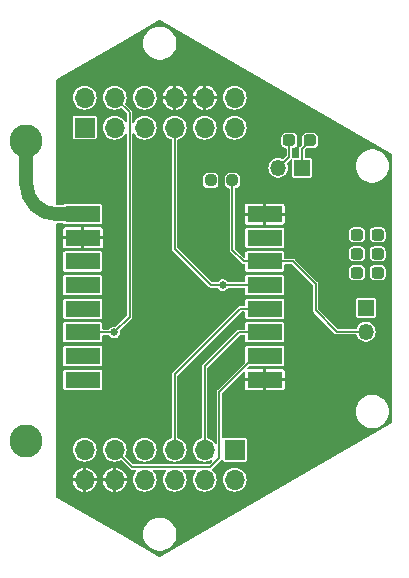
<source format=gbr>
%TF.GenerationSoftware,KiCad,Pcbnew,7.0.5*%
%TF.CreationDate,2024-01-26T22:20:05-05:00*%
%TF.ProjectId,LORA,4c4f5241-2e6b-4696-9361-645f70636258,rev?*%
%TF.SameCoordinates,Original*%
%TF.FileFunction,Copper,L1,Top*%
%TF.FilePolarity,Positive*%
%FSLAX46Y46*%
G04 Gerber Fmt 4.6, Leading zero omitted, Abs format (unit mm)*
G04 Created by KiCad (PCBNEW 7.0.5) date 2024-01-26 22:20:05*
%MOMM*%
%LPD*%
G01*
G04 APERTURE LIST*
G04 Aperture macros list*
%AMRoundRect*
0 Rectangle with rounded corners*
0 $1 Rounding radius*
0 $2 $3 $4 $5 $6 $7 $8 $9 X,Y pos of 4 corners*
0 Add a 4 corners polygon primitive as box body*
4,1,4,$2,$3,$4,$5,$6,$7,$8,$9,$2,$3,0*
0 Add four circle primitives for the rounded corners*
1,1,$1+$1,$2,$3*
1,1,$1+$1,$4,$5*
1,1,$1+$1,$6,$7*
1,1,$1+$1,$8,$9*
0 Add four rect primitives between the rounded corners*
20,1,$1+$1,$2,$3,$4,$5,0*
20,1,$1+$1,$4,$5,$6,$7,0*
20,1,$1+$1,$6,$7,$8,$9,0*
20,1,$1+$1,$8,$9,$2,$3,0*%
G04 Aperture macros list end*
%TA.AperFunction,ComponentPad*%
%ADD10R,1.350000X1.350000*%
%TD*%
%TA.AperFunction,ComponentPad*%
%ADD11O,1.350000X1.350000*%
%TD*%
%TA.AperFunction,SMDPad,CuDef*%
%ADD12RoundRect,0.237500X-0.287500X-0.237500X0.287500X-0.237500X0.287500X0.237500X-0.287500X0.237500X0*%
%TD*%
%TA.AperFunction,SMDPad,CuDef*%
%ADD13RoundRect,0.237500X-0.250000X-0.237500X0.250000X-0.237500X0.250000X0.237500X-0.250000X0.237500X0*%
%TD*%
%TA.AperFunction,ComponentPad*%
%ADD14R,1.700000X1.700000*%
%TD*%
%TA.AperFunction,ComponentPad*%
%ADD15O,1.700000X1.700000*%
%TD*%
%TA.AperFunction,ComponentPad*%
%ADD16C,2.800000*%
%TD*%
%TA.AperFunction,SMDPad,CuDef*%
%ADD17R,3.000000X1.400000*%
%TD*%
%TA.AperFunction,ViaPad*%
%ADD18C,0.660400*%
%TD*%
%TA.AperFunction,ViaPad*%
%ADD19C,1.016000*%
%TD*%
%TA.AperFunction,Conductor*%
%ADD20C,0.152400*%
%TD*%
%TA.AperFunction,Conductor*%
%ADD21C,1.200000*%
%TD*%
G04 APERTURE END LIST*
D10*
%TO.P,J6,1,Pin_1*%
%TO.N,/LED31*%
X162190000Y-89868621D03*
D11*
%TO.P,J6,2,Pin_2*%
%TO.N,/LED32*%
X160190000Y-89868621D03*
%TD*%
D10*
%TO.P,J5,1,Pin_1*%
%TO.N,/A3*%
X167610000Y-101748621D03*
D11*
%TO.P,J5,2,Pin_2*%
%TO.N,/RST_LoRa*%
X167610000Y-103748621D03*
%TD*%
D12*
%TO.P,D4,1,K*%
%TO.N,/LED22*%
X166860000Y-98748621D03*
%TO.P,D4,2,A*%
%TO.N,/LED21*%
X168610000Y-98748621D03*
%TD*%
%TO.P,D3,1,K*%
%TO.N,/LED32*%
X161135000Y-87548621D03*
%TO.P,D3,2,A*%
%TO.N,/LED31*%
X162885000Y-87548621D03*
%TD*%
%TO.P,D2,1,K*%
%TO.N,/LED12*%
X166860000Y-97148621D03*
%TO.P,D2,2,A*%
%TO.N,/LED11*%
X168610000Y-97148621D03*
%TD*%
%TO.P,D1,1,K*%
%TO.N,/LED02*%
X166860000Y-95542632D03*
%TO.P,D1,2,A*%
%TO.N,/LED01*%
X168610000Y-95542632D03*
%TD*%
D13*
%TO.P,R3,1*%
%TO.N,VCC*%
X154485000Y-90923621D03*
%TO.P,R3,2*%
%TO.N,/RST_LoRa*%
X156310000Y-90923621D03*
%TD*%
D14*
%TO.P,J1,1,Pin_1*%
%TO.N,/VBAT*%
X143810000Y-86465599D03*
D15*
%TO.P,J1,2,Pin_2*%
%TO.N,/D8*%
X143810000Y-83925599D03*
%TO.P,J1,3,Pin_3*%
%TO.N,/A5*%
X146350000Y-86465599D03*
%TO.P,J1,4,Pin_4*%
%TO.N,/A3*%
X146350000Y-83925599D03*
%TO.P,J1,5,Pin_5*%
%TO.N,/VBUS*%
X148890000Y-86465599D03*
%TO.P,J1,6,Pin_6*%
%TO.N,/A2*%
X148890000Y-83925599D03*
%TO.P,J1,7,Pin_7*%
%TO.N,/LoRa_CS*%
X151430000Y-86465599D03*
%TO.P,J1,8,Pin_8*%
%TO.N,GND*%
X151430000Y-83925599D03*
%TO.P,J1,9,Pin_9*%
%TO.N,/BURN_EN*%
X153970000Y-86465599D03*
%TO.P,J1,10,Pin_10*%
%TO.N,GND*%
X153970000Y-83925599D03*
%TO.P,J1,11,Pin_11*%
%TO.N,/SDA*%
X156510000Y-86465599D03*
%TO.P,J1,12,Pin_12*%
%TO.N,/SCL*%
X156510000Y-83925599D03*
%TD*%
D14*
%TO.P,J2,1,Pin_1*%
%TO.N,/D12*%
X156510000Y-113743621D03*
D15*
%TO.P,J2,2,Pin_2*%
%TO.N,/D10*%
X156510000Y-116283621D03*
%TO.P,J2,3,Pin_3*%
%TO.N,/MOSI*%
X153970000Y-113743621D03*
%TO.P,J2,4,Pin_4*%
%TO.N,/D1*%
X153970000Y-116283621D03*
%TO.P,J2,5,Pin_5*%
%TO.N,/SCK*%
X151430000Y-113743621D03*
%TO.P,J2,6,Pin_6*%
%TO.N,/D3*%
X151430000Y-116283621D03*
%TO.P,J2,7,Pin_7*%
%TO.N,/D2*%
X148890000Y-113743621D03*
%TO.P,J2,8,Pin_8*%
%TO.N,/A4*%
X148890000Y-116283621D03*
%TO.P,J2,9,Pin_9*%
%TO.N,/MISO*%
X146350000Y-113743621D03*
%TO.P,J2,10,Pin_10*%
%TO.N,GND*%
X146350000Y-116283621D03*
%TO.P,J2,11,Pin_11*%
%TO.N,/BAT_BR*%
X143810000Y-113743621D03*
%TO.P,J2,12,Pin_12*%
%TO.N,GND*%
X143810000Y-116283621D03*
%TD*%
D16*
%TO.P,U2,1,ANT*%
%TO.N,unconnected-(U2-ANT-Pad1)*%
X138860000Y-112998621D03*
%TO.P,U2,2,NC*%
%TO.N,Net-(U1-ANT)*%
X138860000Y-87598621D03*
%TD*%
D17*
%TO.P,U1,16,GND*%
%TO.N,GND*%
X159047500Y-93798621D03*
%TO.P,U1,15,DIO5*%
%TO.N,unconnected-(U1-DIO5-Pad15)*%
X159047500Y-95798621D03*
%TO.P,U1,14,RESET*%
%TO.N,/RST_LoRa*%
X159047500Y-97798621D03*
%TO.P,U1,13,NSS*%
%TO.N,/LoRa_CS*%
X159047500Y-99798621D03*
%TO.P,U1,12,SCK*%
%TO.N,/SCK*%
X159047500Y-101798621D03*
%TO.P,U1,11,MOSI*%
%TO.N,/MOSI*%
X159047500Y-103798621D03*
%TO.P,U1,10,MISO*%
%TO.N,/MISO*%
X159047500Y-105798621D03*
%TO.P,U1,9,GND*%
%TO.N,GND*%
X159047500Y-107798621D03*
%TO.P,U1,8,DIO2*%
%TO.N,unconnected-(U1-DIO2-Pad8)*%
X143647500Y-107798621D03*
%TO.P,U1,7,DIO1*%
%TO.N,unconnected-(U1-DIO1-Pad7)*%
X143647500Y-105798621D03*
%TO.P,U1,6,DIO0*%
%TO.N,/A3*%
X143647500Y-103798621D03*
%TO.P,U1,5,3.3V*%
%TO.N,VCC*%
X143647500Y-101798621D03*
%TO.P,U1,4,DIO4*%
%TO.N,unconnected-(U1-DIO4-Pad4)*%
X143647500Y-99798621D03*
%TO.P,U1,3,DIO3*%
%TO.N,unconnected-(U1-DIO3-Pad3)*%
X143647500Y-97798621D03*
%TO.P,U1,2,GND*%
%TO.N,GND*%
X143647500Y-95798621D03*
%TO.P,U1,1,ANT*%
%TO.N,Net-(U1-ANT)*%
X143647500Y-93798621D03*
%TD*%
D18*
%TO.N,GND*%
X146160000Y-105698621D03*
X148160000Y-107698621D03*
X152660000Y-111198621D03*
X156160000Y-111198621D03*
X157160000Y-112198621D03*
X157160000Y-110198621D03*
X158660000Y-110198621D03*
X158660000Y-112198621D03*
X158660000Y-114198621D03*
X158660000Y-116198621D03*
X160160000Y-116198621D03*
X160160000Y-114198621D03*
X160160000Y-112198621D03*
X160160000Y-110198621D03*
X161660000Y-110198621D03*
X161660000Y-112198621D03*
X161660000Y-114198621D03*
X163160000Y-114198621D03*
X163160000Y-112198621D03*
X164660000Y-112198621D03*
X164660000Y-110198621D03*
X163160000Y-110198621D03*
X163160000Y-108198621D03*
X164660000Y-108198621D03*
X166160000Y-108198621D03*
X167660000Y-106698621D03*
X166160000Y-106698621D03*
X164660000Y-106698621D03*
X161360000Y-98998621D03*
X163160000Y-95198621D03*
X164660000Y-96198621D03*
X165660000Y-102198621D03*
X161660000Y-106198621D03*
X163160000Y-104198621D03*
X150660000Y-104198621D03*
X152160000Y-104198621D03*
X150160000Y-105698621D03*
X155160000Y-92698621D03*
X153160000Y-96198621D03*
X155160000Y-98198621D03*
X153660000Y-100698621D03*
X156160000Y-106198621D03*
X150660000Y-110198621D03*
X150660000Y-111198621D03*
X149160000Y-111198621D03*
X147160000Y-111198621D03*
X145160000Y-111198621D03*
X143160000Y-111198621D03*
X142160000Y-111698621D03*
X142160000Y-110698621D03*
X142160000Y-109698621D03*
X143160000Y-89198621D03*
X143160000Y-90198621D03*
X143160000Y-91198621D03*
X142160000Y-91698621D03*
X142160000Y-90698621D03*
X142160000Y-89698621D03*
X142160000Y-88698621D03*
X152660000Y-110198621D03*
X149160000Y-110198621D03*
X147160000Y-110198621D03*
X145160000Y-110198621D03*
X143160000Y-110198621D03*
X146160000Y-107698621D03*
X149160000Y-104198621D03*
X146160000Y-100198621D03*
X146160000Y-94198621D03*
X146160000Y-96198621D03*
X146160000Y-98198621D03*
X151160000Y-98198621D03*
X151160000Y-100198621D03*
X149160000Y-100198621D03*
X149160000Y-98198621D03*
X149160000Y-96198621D03*
X149160000Y-94198621D03*
X154160000Y-94198621D03*
X161160000Y-92198621D03*
X163160000Y-93198621D03*
X165160000Y-94198621D03*
X167160000Y-93198621D03*
X165160000Y-92198621D03*
X165160000Y-90198621D03*
X165160000Y-88198621D03*
X161160000Y-85198621D03*
X159160000Y-85198621D03*
X159160000Y-87198621D03*
X158160000Y-91198621D03*
X158160000Y-89198621D03*
X156160000Y-89198621D03*
X154160000Y-89198621D03*
X152160000Y-91198621D03*
X152160000Y-89198621D03*
X149160000Y-89198621D03*
X149160000Y-91198621D03*
X144660000Y-91198621D03*
X146160000Y-91198621D03*
X146160000Y-89198621D03*
X144660000Y-89198621D03*
%TO.N,VCC*%
X154470000Y-90878621D03*
%TO.N,/LoRa_CS*%
X155500000Y-99798621D03*
%TO.N,/MISO*%
X159047500Y-105798621D03*
%TO.N,/MOSI*%
X158170000Y-103818621D03*
%TO.N,/SCK*%
X160120000Y-101838621D03*
%TO.N,/A3*%
X146310000Y-103798621D03*
%TO.N,/LED21*%
X168610000Y-98748621D03*
%TO.N,/LED22*%
X166860000Y-98748621D03*
%TO.N,/LED12*%
X166860000Y-97148621D03*
%TO.N,/LED11*%
X168610000Y-97148621D03*
%TO.N,/LED02*%
X166860000Y-95542632D03*
%TO.N,/LED01*%
X168610000Y-95542632D03*
D19*
%TO.N,VCC*%
X143610000Y-101836121D03*
D18*
%TO.N,GND*%
X150160000Y-82198621D03*
X146160000Y-118698621D03*
X147660000Y-118698621D03*
X153660000Y-118698621D03*
X152160000Y-118698621D03*
X152760000Y-120173621D03*
X146160000Y-82198621D03*
X156160000Y-82198621D03*
X154160000Y-82198621D03*
X150660000Y-118698621D03*
X148160000Y-82198621D03*
X155160000Y-118698621D03*
X148160000Y-80198621D03*
X144160000Y-82198621D03*
X149160000Y-118698621D03*
X147660000Y-120198621D03*
X152160000Y-82198621D03*
X152160000Y-80198621D03*
%TD*%
D20*
%TO.N,/LED32*%
X161135000Y-88923621D02*
X160190000Y-89868621D01*
X161135000Y-87548621D02*
X161135000Y-88923621D01*
%TO.N,/LED31*%
X162190000Y-88243621D02*
X162885000Y-87548621D01*
X162190000Y-89868621D02*
X162190000Y-88243621D01*
%TO.N,/A3*%
X147610000Y-102498621D02*
X146310000Y-103798621D01*
X147610000Y-85185599D02*
X147610000Y-102498621D01*
X146350000Y-83925599D02*
X147610000Y-85185599D01*
%TO.N,/SCK*%
X151430000Y-107338621D02*
X151430000Y-113743621D01*
X156970000Y-101798621D02*
X151430000Y-107338621D01*
X159047500Y-101798621D02*
X156970000Y-101798621D01*
%TO.N,/LoRa_CS*%
X155500000Y-99798621D02*
X159047500Y-99798621D01*
X154500000Y-99798621D02*
X155500000Y-99798621D01*
%TO.N,/MOSI*%
X158190000Y-103798621D02*
X159047500Y-103798621D01*
X158170000Y-103818621D02*
X158190000Y-103798621D01*
X158150000Y-103798621D02*
X158170000Y-103818621D01*
%TO.N,/A3*%
X143647500Y-103798621D02*
X146310000Y-103798621D01*
%TO.N,/RST_LoRa*%
X163360000Y-101948621D02*
X165160000Y-103748621D01*
X161460000Y-97798621D02*
X163360000Y-99698621D01*
X165160000Y-103748621D02*
X167610000Y-103748621D01*
X163360000Y-99698621D02*
X163360000Y-101948621D01*
X159047500Y-97798621D02*
X161460000Y-97798621D01*
%TO.N,/LoRa_CS*%
X151430000Y-96728621D02*
X154500000Y-99798621D01*
X151430000Y-86465599D02*
X151430000Y-96728621D01*
%TO.N,/MISO*%
X147811400Y-115205021D02*
X146350000Y-113743621D01*
X154453600Y-115205021D02*
X147811400Y-115205021D01*
X158247500Y-105798621D02*
X155210000Y-108836121D01*
X155210000Y-108836121D02*
X155210000Y-114448621D01*
X159047500Y-105798621D02*
X158247500Y-105798621D01*
X155210000Y-114448621D02*
X154453600Y-115205021D01*
%TO.N,/MOSI*%
X156860000Y-103798621D02*
X158150000Y-103798621D01*
X153970000Y-106688621D02*
X156860000Y-103798621D01*
X153970000Y-113743621D02*
X153970000Y-106688621D01*
%TO.N,/RST_LoRa*%
X157260000Y-97798621D02*
X159047500Y-97798621D01*
X156310000Y-90923621D02*
X156310000Y-96848621D01*
X156310000Y-96848621D02*
X157260000Y-97798621D01*
D21*
%TO.N,Net-(U1-ANT)*%
X141420660Y-93798621D02*
X143647500Y-93798621D01*
X138860000Y-91237960D02*
X138860000Y-87598621D01*
X139610028Y-93048593D02*
G75*
G03*
X141420660Y-93798621I1810672J1810593D01*
G01*
X138860040Y-91237960D02*
G75*
G03*
X139610000Y-93048621I2560660J-40D01*
G01*
%TD*%
%TA.AperFunction,Conductor*%
%TO.N,GND*%
G36*
X150203946Y-77388502D02*
G01*
X169810750Y-88708494D01*
X169849399Y-88754554D01*
X169854700Y-88784618D01*
X169854700Y-111424599D01*
X169834135Y-111481100D01*
X169810750Y-111500723D01*
X150203949Y-122820715D01*
X150144735Y-122831156D01*
X150116049Y-122820715D01*
X146770602Y-120889220D01*
X148749884Y-120889220D01*
X148769115Y-121121316D01*
X148769116Y-121121322D01*
X148826286Y-121347080D01*
X148826289Y-121347088D01*
X148897987Y-121510541D01*
X148919840Y-121560361D01*
X148919844Y-121560367D01*
X149047215Y-121755325D01*
X149047216Y-121755327D01*
X149047220Y-121755331D01*
X149204954Y-121926676D01*
X149388740Y-122069722D01*
X149593563Y-122180567D01*
X149813837Y-122256187D01*
X149813839Y-122256187D01*
X149813841Y-122256188D01*
X150043550Y-122294520D01*
X150043554Y-122294520D01*
X150276450Y-122294520D01*
X150506158Y-122256188D01*
X150506158Y-122256187D01*
X150506163Y-122256187D01*
X150726437Y-122180567D01*
X150931260Y-122069722D01*
X151115046Y-121926676D01*
X151272780Y-121755331D01*
X151400160Y-121560361D01*
X151493712Y-121347084D01*
X151550884Y-121121317D01*
X151570116Y-120889220D01*
X151550884Y-120657123D01*
X151550883Y-120657117D01*
X151493713Y-120431359D01*
X151493710Y-120431351D01*
X151400164Y-120218089D01*
X151400160Y-120218079D01*
X151319435Y-120094520D01*
X151272784Y-120023114D01*
X151272783Y-120023112D01*
X151115050Y-119851768D01*
X151115048Y-119851767D01*
X151115046Y-119851764D01*
X150931260Y-119708718D01*
X150726437Y-119597873D01*
X150726433Y-119597871D01*
X150726430Y-119597870D01*
X150506167Y-119522254D01*
X150506158Y-119522251D01*
X150276450Y-119483920D01*
X150276446Y-119483920D01*
X150043554Y-119483920D01*
X150043550Y-119483920D01*
X149813841Y-119522251D01*
X149813832Y-119522254D01*
X149593569Y-119597870D01*
X149388740Y-119708718D01*
X149204949Y-119851768D01*
X149047216Y-120023112D01*
X149047215Y-120023114D01*
X148919844Y-120218072D01*
X148919835Y-120218089D01*
X148826289Y-120431351D01*
X148826286Y-120431359D01*
X148769116Y-120657117D01*
X148769115Y-120657123D01*
X148749884Y-120889220D01*
X146770602Y-120889220D01*
X141453950Y-117819649D01*
X141415301Y-117773589D01*
X141410000Y-117743525D01*
X141410000Y-116410621D01*
X142789735Y-116410621D01*
X142797072Y-116485109D01*
X142855842Y-116678846D01*
X142855844Y-116678849D01*
X142951281Y-116857399D01*
X143079717Y-117013899D01*
X143079721Y-117013903D01*
X143236221Y-117142339D01*
X143414771Y-117237776D01*
X143414774Y-117237778D01*
X143608515Y-117296550D01*
X143683000Y-117303884D01*
X143683000Y-116770502D01*
X143774237Y-116783621D01*
X143845763Y-116783621D01*
X143937000Y-116770502D01*
X143937000Y-117303884D01*
X144011484Y-117296550D01*
X144205225Y-117237778D01*
X144205228Y-117237776D01*
X144383778Y-117142339D01*
X144540278Y-117013903D01*
X144540282Y-117013899D01*
X144668718Y-116857399D01*
X144764155Y-116678849D01*
X144764157Y-116678846D01*
X144822927Y-116485109D01*
X144830265Y-116410621D01*
X145329735Y-116410621D01*
X145337072Y-116485109D01*
X145395842Y-116678846D01*
X145395844Y-116678849D01*
X145491281Y-116857399D01*
X145619717Y-117013899D01*
X145619721Y-117013903D01*
X145776221Y-117142339D01*
X145954771Y-117237776D01*
X145954774Y-117237778D01*
X146148515Y-117296550D01*
X146223000Y-117303884D01*
X146223000Y-116770502D01*
X146314237Y-116783621D01*
X146385763Y-116783621D01*
X146477000Y-116770502D01*
X146477000Y-117303884D01*
X146551484Y-117296550D01*
X146745225Y-117237778D01*
X146745228Y-117237776D01*
X146923778Y-117142339D01*
X147080278Y-117013903D01*
X147080282Y-117013899D01*
X147208718Y-116857399D01*
X147304155Y-116678849D01*
X147304157Y-116678846D01*
X147362927Y-116485109D01*
X147370265Y-116410621D01*
X146833818Y-116410621D01*
X146850000Y-116355510D01*
X146850000Y-116211732D01*
X146833818Y-116156621D01*
X147370264Y-116156621D01*
X147362927Y-116082132D01*
X147304157Y-115888395D01*
X147304155Y-115888392D01*
X147208718Y-115709842D01*
X147080282Y-115553342D01*
X147080278Y-115553338D01*
X146923778Y-115424902D01*
X146745228Y-115329465D01*
X146745225Y-115329463D01*
X146551488Y-115270693D01*
X146477000Y-115263356D01*
X146477000Y-115796739D01*
X146385763Y-115783621D01*
X146314237Y-115783621D01*
X146223000Y-115796739D01*
X146223000Y-115263356D01*
X146148511Y-115270693D01*
X145954774Y-115329463D01*
X145954771Y-115329465D01*
X145776221Y-115424902D01*
X145619721Y-115553338D01*
X145619717Y-115553342D01*
X145491281Y-115709842D01*
X145395844Y-115888392D01*
X145395842Y-115888395D01*
X145337072Y-116082132D01*
X145329735Y-116156621D01*
X145866182Y-116156621D01*
X145850000Y-116211732D01*
X145850000Y-116355510D01*
X145866182Y-116410621D01*
X145329735Y-116410621D01*
X144830265Y-116410621D01*
X144293818Y-116410621D01*
X144310000Y-116355510D01*
X144310000Y-116211732D01*
X144293818Y-116156621D01*
X144830264Y-116156621D01*
X144822927Y-116082132D01*
X144764157Y-115888395D01*
X144764155Y-115888392D01*
X144668718Y-115709842D01*
X144540282Y-115553342D01*
X144540278Y-115553338D01*
X144383778Y-115424902D01*
X144205228Y-115329465D01*
X144205225Y-115329463D01*
X144011488Y-115270693D01*
X143937000Y-115263356D01*
X143937000Y-115796739D01*
X143845763Y-115783621D01*
X143774237Y-115783621D01*
X143683000Y-115796739D01*
X143683000Y-115263356D01*
X143608511Y-115270693D01*
X143414774Y-115329463D01*
X143414771Y-115329465D01*
X143236221Y-115424902D01*
X143079721Y-115553338D01*
X143079717Y-115553342D01*
X142951281Y-115709842D01*
X142855844Y-115888392D01*
X142855842Y-115888395D01*
X142797072Y-116082132D01*
X142789735Y-116156621D01*
X143326182Y-116156621D01*
X143310000Y-116211732D01*
X143310000Y-116355510D01*
X143326182Y-116410621D01*
X142789735Y-116410621D01*
X141410000Y-116410621D01*
X141410000Y-113743621D01*
X142802247Y-113743621D01*
X142821612Y-113940230D01*
X142878957Y-114129269D01*
X142878958Y-114129271D01*
X142972084Y-114303499D01*
X143097411Y-114456210D01*
X143250122Y-114581537D01*
X143424350Y-114674663D01*
X143613397Y-114732010D01*
X143810000Y-114751374D01*
X144006603Y-114732010D01*
X144195650Y-114674663D01*
X144369878Y-114581537D01*
X144522589Y-114456210D01*
X144647916Y-114303499D01*
X144741042Y-114129271D01*
X144798389Y-113940224D01*
X144817753Y-113743621D01*
X145342247Y-113743621D01*
X145361612Y-113940230D01*
X145418957Y-114129269D01*
X145418958Y-114129271D01*
X145512084Y-114303499D01*
X145637411Y-114456210D01*
X145790122Y-114581537D01*
X145964350Y-114674663D01*
X146153397Y-114732010D01*
X146350000Y-114751374D01*
X146546603Y-114732010D01*
X146735650Y-114674663D01*
X146822433Y-114628275D01*
X146881957Y-114619778D01*
X146926024Y-114643642D01*
X147644359Y-115361978D01*
X147645943Y-115363647D01*
X147673728Y-115394505D01*
X147673731Y-115394508D01*
X147695419Y-115404164D01*
X147707541Y-115410745D01*
X147727462Y-115423682D01*
X147727464Y-115423683D01*
X147734340Y-115424771D01*
X147756344Y-115431289D01*
X147762703Y-115434121D01*
X147786452Y-115434121D01*
X147800201Y-115435203D01*
X147805277Y-115436006D01*
X147823659Y-115438918D01*
X147830384Y-115437115D01*
X147853134Y-115434121D01*
X148103922Y-115434121D01*
X148160423Y-115454686D01*
X148190487Y-115506757D01*
X148180046Y-115565971D01*
X148171870Y-115577784D01*
X148052084Y-115723742D01*
X147958957Y-115897972D01*
X147901612Y-116087011D01*
X147882247Y-116283621D01*
X147901612Y-116480230D01*
X147958957Y-116669269D01*
X147958958Y-116669271D01*
X148052084Y-116843499D01*
X148177411Y-116996210D01*
X148330122Y-117121537D01*
X148504350Y-117214663D01*
X148693397Y-117272010D01*
X148890000Y-117291374D01*
X149086603Y-117272010D01*
X149275650Y-117214663D01*
X149449878Y-117121537D01*
X149602589Y-116996210D01*
X149727916Y-116843499D01*
X149821042Y-116669271D01*
X149878389Y-116480224D01*
X149897753Y-116283621D01*
X149878389Y-116087018D01*
X149821042Y-115897971D01*
X149727916Y-115723743D01*
X149608129Y-115577783D01*
X149588183Y-115521062D01*
X149609363Y-115464789D01*
X149661759Y-115435295D01*
X149676078Y-115434121D01*
X150643922Y-115434121D01*
X150700423Y-115454686D01*
X150730487Y-115506757D01*
X150720046Y-115565971D01*
X150711870Y-115577784D01*
X150592084Y-115723742D01*
X150498957Y-115897972D01*
X150441612Y-116087011D01*
X150422247Y-116283621D01*
X150441612Y-116480230D01*
X150498957Y-116669269D01*
X150498958Y-116669271D01*
X150592084Y-116843499D01*
X150717411Y-116996210D01*
X150870122Y-117121537D01*
X151044350Y-117214663D01*
X151233397Y-117272010D01*
X151430000Y-117291374D01*
X151626603Y-117272010D01*
X151815650Y-117214663D01*
X151989878Y-117121537D01*
X152142589Y-116996210D01*
X152267916Y-116843499D01*
X152361042Y-116669271D01*
X152418389Y-116480224D01*
X152437753Y-116283621D01*
X152418389Y-116087018D01*
X152361042Y-115897971D01*
X152267916Y-115723743D01*
X152148129Y-115577783D01*
X152128183Y-115521062D01*
X152149363Y-115464789D01*
X152201759Y-115435295D01*
X152216078Y-115434121D01*
X153183922Y-115434121D01*
X153240423Y-115454686D01*
X153270487Y-115506757D01*
X153260046Y-115565971D01*
X153251870Y-115577784D01*
X153132084Y-115723742D01*
X153038957Y-115897972D01*
X152981612Y-116087011D01*
X152962247Y-116283621D01*
X152981612Y-116480230D01*
X153038957Y-116669269D01*
X153038958Y-116669271D01*
X153132084Y-116843499D01*
X153257411Y-116996210D01*
X153410122Y-117121537D01*
X153584350Y-117214663D01*
X153773397Y-117272010D01*
X153970000Y-117291374D01*
X154166603Y-117272010D01*
X154355650Y-117214663D01*
X154529878Y-117121537D01*
X154682589Y-116996210D01*
X154807916Y-116843499D01*
X154901042Y-116669271D01*
X154958389Y-116480224D01*
X154977753Y-116283621D01*
X155502247Y-116283621D01*
X155521612Y-116480230D01*
X155578957Y-116669269D01*
X155578958Y-116669271D01*
X155672084Y-116843499D01*
X155797411Y-116996210D01*
X155950122Y-117121537D01*
X156124350Y-117214663D01*
X156313397Y-117272010D01*
X156510000Y-117291374D01*
X156706603Y-117272010D01*
X156895650Y-117214663D01*
X157069878Y-117121537D01*
X157222589Y-116996210D01*
X157347916Y-116843499D01*
X157441042Y-116669271D01*
X157498389Y-116480224D01*
X157517753Y-116283621D01*
X157498389Y-116087018D01*
X157441042Y-115897971D01*
X157347916Y-115723743D01*
X157222589Y-115571032D01*
X157069878Y-115445705D01*
X156895650Y-115352579D01*
X156895649Y-115352578D01*
X156895648Y-115352578D01*
X156706609Y-115295233D01*
X156706604Y-115295232D01*
X156706603Y-115295232D01*
X156510000Y-115275868D01*
X156509999Y-115275868D01*
X156462657Y-115280530D01*
X156313397Y-115295232D01*
X156313395Y-115295232D01*
X156313390Y-115295233D01*
X156124351Y-115352578D01*
X155950121Y-115445705D01*
X155797413Y-115571030D01*
X155797409Y-115571034D01*
X155672084Y-115723742D01*
X155578957Y-115897972D01*
X155521612Y-116087011D01*
X155502247Y-116283621D01*
X154977753Y-116283621D01*
X154958389Y-116087018D01*
X154901042Y-115897971D01*
X154807916Y-115723743D01*
X154682589Y-115571032D01*
X154682583Y-115571027D01*
X154682580Y-115571024D01*
X154609480Y-115511032D01*
X154578850Y-115459292D01*
X154588645Y-115399968D01*
X154613577Y-115371972D01*
X154627658Y-115361743D01*
X154631140Y-115355711D01*
X154645103Y-115337512D01*
X155366944Y-114615671D01*
X155368611Y-114614090D01*
X155372102Y-114610946D01*
X155427846Y-114588419D01*
X155485032Y-114606994D01*
X155509722Y-114646498D01*
X155512660Y-114645282D01*
X155515971Y-114653277D01*
X155515972Y-114653279D01*
X155549766Y-114703855D01*
X155566701Y-114715171D01*
X155600341Y-114737649D01*
X155607741Y-114739120D01*
X155644943Y-114746521D01*
X157375056Y-114746520D01*
X157375058Y-114746520D01*
X157387750Y-114743995D01*
X157419658Y-114737649D01*
X157470234Y-114703855D01*
X157504028Y-114653279D01*
X157512900Y-114608678D01*
X157512899Y-112878565D01*
X157512899Y-112878564D01*
X157512899Y-112878562D01*
X157509111Y-112859523D01*
X157504028Y-112833963D01*
X157470234Y-112783387D01*
X157465553Y-112780259D01*
X157419658Y-112749592D01*
X157382456Y-112742192D01*
X157375057Y-112740721D01*
X157375056Y-112740721D01*
X155644941Y-112740721D01*
X155600341Y-112749593D01*
X155600339Y-112749594D01*
X155575834Y-112765968D01*
X155517430Y-112780259D01*
X155463504Y-112753666D01*
X155439288Y-112698630D01*
X155439100Y-112692882D01*
X155439100Y-110496914D01*
X166749884Y-110496914D01*
X166769115Y-110729011D01*
X166769116Y-110729017D01*
X166826286Y-110954775D01*
X166826289Y-110954783D01*
X166897987Y-111118236D01*
X166919840Y-111168056D01*
X166919844Y-111168062D01*
X167047215Y-111363020D01*
X167047216Y-111363022D01*
X167173978Y-111500723D01*
X167204954Y-111534371D01*
X167388740Y-111677417D01*
X167593563Y-111788262D01*
X167813837Y-111863882D01*
X167813839Y-111863882D01*
X167813841Y-111863883D01*
X168043550Y-111902215D01*
X168043554Y-111902215D01*
X168276450Y-111902215D01*
X168506158Y-111863883D01*
X168506158Y-111863882D01*
X168506163Y-111863882D01*
X168726437Y-111788262D01*
X168931260Y-111677417D01*
X169115046Y-111534371D01*
X169272780Y-111363026D01*
X169400160Y-111168056D01*
X169493712Y-110954779D01*
X169550884Y-110729012D01*
X169570116Y-110496915D01*
X169550884Y-110264818D01*
X169550883Y-110264812D01*
X169493713Y-110039054D01*
X169493710Y-110039046D01*
X169400164Y-109825784D01*
X169400160Y-109825774D01*
X169319435Y-109702215D01*
X169272784Y-109630809D01*
X169272783Y-109630807D01*
X169115050Y-109459463D01*
X169115048Y-109459462D01*
X169115046Y-109459459D01*
X168931260Y-109316413D01*
X168726437Y-109205568D01*
X168726433Y-109205566D01*
X168726430Y-109205565D01*
X168506167Y-109129949D01*
X168506158Y-109129946D01*
X168276450Y-109091615D01*
X168276446Y-109091615D01*
X168043554Y-109091615D01*
X168043550Y-109091615D01*
X167813841Y-109129946D01*
X167813832Y-109129949D01*
X167593569Y-109205565D01*
X167388740Y-109316413D01*
X167204949Y-109459463D01*
X167047216Y-109630807D01*
X167047215Y-109630809D01*
X166919844Y-109825767D01*
X166919835Y-109825784D01*
X166826289Y-110039046D01*
X166826286Y-110039054D01*
X166769116Y-110264812D01*
X166769115Y-110264818D01*
X166749884Y-110496914D01*
X155439100Y-110496914D01*
X155439100Y-108967426D01*
X155459665Y-108910925D01*
X155464834Y-108905282D01*
X156444494Y-107925621D01*
X157369701Y-107925621D01*
X157369701Y-108516129D01*
X157380016Y-108567996D01*
X157419311Y-108626803D01*
X157419317Y-108626809D01*
X157478124Y-108666104D01*
X157529987Y-108676420D01*
X158920498Y-108676420D01*
X158920500Y-108676418D01*
X159174500Y-108676418D01*
X159174501Y-108676420D01*
X160565009Y-108676420D01*
X160616875Y-108666104D01*
X160675682Y-108626809D01*
X160675688Y-108626803D01*
X160714983Y-108567996D01*
X160725299Y-108516133D01*
X160725300Y-107925622D01*
X160725299Y-107925621D01*
X159174501Y-107925621D01*
X159174500Y-107925622D01*
X159174500Y-108676418D01*
X158920500Y-108676418D01*
X158920500Y-107925622D01*
X158920499Y-107925621D01*
X157369701Y-107925621D01*
X156444494Y-107925621D01*
X157219645Y-107150470D01*
X157274139Y-107125060D01*
X157332217Y-107140623D01*
X157366705Y-107189876D01*
X157369700Y-107212626D01*
X157369700Y-107671620D01*
X157369701Y-107671621D01*
X158920499Y-107671621D01*
X158920500Y-107671620D01*
X158920500Y-107671619D01*
X159174500Y-107671619D01*
X159174501Y-107671621D01*
X160725298Y-107671621D01*
X160725299Y-107671620D01*
X160725299Y-107081112D01*
X160714983Y-107029245D01*
X160675688Y-106970438D01*
X160675682Y-106970432D01*
X160616875Y-106931137D01*
X160565013Y-106920821D01*
X159174501Y-106920821D01*
X159174500Y-106920822D01*
X159174500Y-107671619D01*
X158920500Y-107671619D01*
X158920500Y-106920822D01*
X158920499Y-106920821D01*
X157661504Y-106920821D01*
X157605003Y-106900256D01*
X157574939Y-106848185D01*
X157585380Y-106788971D01*
X157599350Y-106770766D01*
X157692852Y-106677265D01*
X157747345Y-106651854D01*
X157755006Y-106651520D01*
X160562558Y-106651520D01*
X160575250Y-106648995D01*
X160607158Y-106642649D01*
X160657734Y-106608855D01*
X160691528Y-106558279D01*
X160700400Y-106513678D01*
X160700399Y-105083565D01*
X160700399Y-105083564D01*
X160700399Y-105083562D01*
X160696611Y-105064523D01*
X160691528Y-105038963D01*
X160657734Y-104988387D01*
X160657502Y-104988232D01*
X160607158Y-104954592D01*
X160569956Y-104947192D01*
X160562557Y-104945721D01*
X160562556Y-104945721D01*
X157532441Y-104945721D01*
X157487841Y-104954593D01*
X157437267Y-104988386D01*
X157437264Y-104988389D01*
X157403471Y-105038962D01*
X157394600Y-105083564D01*
X157394600Y-106291113D01*
X157374035Y-106347614D01*
X157368855Y-106353268D01*
X155053040Y-108669082D01*
X155051372Y-108670665D01*
X155020514Y-108698450D01*
X155020513Y-108698451D01*
X155020514Y-108698451D01*
X155010849Y-108720155D01*
X155004278Y-108732258D01*
X154995226Y-108746197D01*
X154991338Y-108752186D01*
X154990248Y-108759068D01*
X154983735Y-108781055D01*
X154980900Y-108787424D01*
X154980900Y-108811172D01*
X154979818Y-108824921D01*
X154976103Y-108848376D01*
X154976103Y-108848379D01*
X154977905Y-108855103D01*
X154980900Y-108877854D01*
X154980900Y-113156457D01*
X154960335Y-113212958D01*
X154908264Y-113243022D01*
X154849050Y-113232581D01*
X154815480Y-113197894D01*
X154813432Y-113194063D01*
X154807916Y-113183743D01*
X154682589Y-113031032D01*
X154529878Y-112905705D01*
X154355650Y-112812579D01*
X154261483Y-112784013D01*
X154213385Y-112747932D01*
X154199100Y-112699898D01*
X154199100Y-106819927D01*
X154219665Y-106763426D01*
X154224845Y-106757772D01*
X156929151Y-104053466D01*
X156983645Y-104028055D01*
X156991306Y-104027721D01*
X157306701Y-104027721D01*
X157363202Y-104048286D01*
X157393266Y-104100357D01*
X157394601Y-104115620D01*
X157394601Y-104513677D01*
X157403472Y-104558279D01*
X157437266Y-104608855D01*
X157454201Y-104620171D01*
X157487841Y-104642649D01*
X157495241Y-104644120D01*
X157532443Y-104651521D01*
X160562556Y-104651520D01*
X160562558Y-104651520D01*
X160575250Y-104648995D01*
X160607158Y-104642649D01*
X160657734Y-104608855D01*
X160691528Y-104558279D01*
X160700400Y-104513678D01*
X160700399Y-103083565D01*
X160700399Y-103083564D01*
X160700399Y-103083562D01*
X160696611Y-103064523D01*
X160691528Y-103038963D01*
X160657734Y-102988387D01*
X160657502Y-102988232D01*
X160607158Y-102954592D01*
X160569956Y-102947192D01*
X160562557Y-102945721D01*
X160562556Y-102945721D01*
X157532441Y-102945721D01*
X157487841Y-102954593D01*
X157437267Y-102988386D01*
X157437264Y-102988389D01*
X157403471Y-103038962D01*
X157394600Y-103083564D01*
X157394600Y-103481621D01*
X157374035Y-103538122D01*
X157321964Y-103568186D01*
X157306700Y-103569521D01*
X156867149Y-103569521D01*
X156864848Y-103569461D01*
X156823360Y-103567287D01*
X156801188Y-103575797D01*
X156787972Y-103579711D01*
X156764736Y-103584651D01*
X156764735Y-103584651D01*
X156759095Y-103588749D01*
X156738942Y-103599691D01*
X156732435Y-103602189D01*
X156732432Y-103602191D01*
X156715639Y-103618984D01*
X156705154Y-103627939D01*
X156685945Y-103641895D01*
X156685938Y-103641902D01*
X156682458Y-103647931D01*
X156668493Y-103666130D01*
X153813040Y-106521582D01*
X153811372Y-106523165D01*
X153780514Y-106550950D01*
X153780513Y-106550951D01*
X153780514Y-106550951D01*
X153770849Y-106572655D01*
X153764278Y-106584758D01*
X153755226Y-106598697D01*
X153751338Y-106604686D01*
X153750248Y-106611568D01*
X153743735Y-106633555D01*
X153740900Y-106639924D01*
X153740900Y-106663672D01*
X153739818Y-106677421D01*
X153736103Y-106700876D01*
X153736103Y-106700879D01*
X153737905Y-106707603D01*
X153740900Y-106730354D01*
X153740900Y-112699898D01*
X153720335Y-112756399D01*
X153678516Y-112784013D01*
X153584354Y-112812578D01*
X153584347Y-112812580D01*
X153410121Y-112905705D01*
X153257413Y-113031030D01*
X153257409Y-113031034D01*
X153132084Y-113183742D01*
X153038957Y-113357972D01*
X152981612Y-113547011D01*
X152962247Y-113743620D01*
X152981612Y-113940230D01*
X153038957Y-114129269D01*
X153038958Y-114129271D01*
X153132084Y-114303499D01*
X153257411Y-114456210D01*
X153410122Y-114581537D01*
X153584350Y-114674663D01*
X153773397Y-114732010D01*
X153970000Y-114751374D01*
X154166603Y-114732010D01*
X154355650Y-114674663D01*
X154486792Y-114604566D01*
X154546312Y-114596069D01*
X154597373Y-114627820D01*
X154616078Y-114684964D01*
X154593676Y-114740762D01*
X154590380Y-114744243D01*
X154384448Y-114950176D01*
X154329954Y-114975586D01*
X154322293Y-114975921D01*
X147942706Y-114975921D01*
X147886205Y-114955356D01*
X147880551Y-114950176D01*
X147250021Y-114319645D01*
X147224610Y-114265151D01*
X147234655Y-114216054D01*
X147281042Y-114129271D01*
X147338389Y-113940224D01*
X147357753Y-113743621D01*
X147357753Y-113743620D01*
X147882247Y-113743620D01*
X147901612Y-113940230D01*
X147958957Y-114129269D01*
X147958958Y-114129271D01*
X148052084Y-114303499D01*
X148177411Y-114456210D01*
X148330122Y-114581537D01*
X148504350Y-114674663D01*
X148693397Y-114732010D01*
X148890000Y-114751374D01*
X149086603Y-114732010D01*
X149275650Y-114674663D01*
X149449878Y-114581537D01*
X149602589Y-114456210D01*
X149727916Y-114303499D01*
X149821042Y-114129271D01*
X149878389Y-113940224D01*
X149897753Y-113743621D01*
X149897753Y-113743620D01*
X150422247Y-113743620D01*
X150441612Y-113940230D01*
X150498957Y-114129269D01*
X150498958Y-114129271D01*
X150592084Y-114303499D01*
X150717411Y-114456210D01*
X150870122Y-114581537D01*
X151044350Y-114674663D01*
X151233397Y-114732010D01*
X151430000Y-114751374D01*
X151626603Y-114732010D01*
X151815650Y-114674663D01*
X151989878Y-114581537D01*
X152142589Y-114456210D01*
X152267916Y-114303499D01*
X152361042Y-114129271D01*
X152418389Y-113940224D01*
X152437753Y-113743621D01*
X152418389Y-113547018D01*
X152361042Y-113357971D01*
X152267916Y-113183743D01*
X152142589Y-113031032D01*
X151989878Y-112905705D01*
X151815650Y-112812579D01*
X151721483Y-112784013D01*
X151673385Y-112747932D01*
X151659100Y-112699898D01*
X151659100Y-107469927D01*
X151679665Y-107413426D01*
X151684845Y-107407772D01*
X157039151Y-102053466D01*
X157093645Y-102028055D01*
X157101306Y-102027721D01*
X157306701Y-102027721D01*
X157363202Y-102048286D01*
X157393266Y-102100357D01*
X157394601Y-102115621D01*
X157394601Y-102513679D01*
X157401292Y-102547318D01*
X157403472Y-102558279D01*
X157437266Y-102608855D01*
X157445858Y-102614596D01*
X157487841Y-102642649D01*
X157495241Y-102644120D01*
X157532443Y-102651521D01*
X160562556Y-102651520D01*
X160562558Y-102651520D01*
X160575250Y-102648995D01*
X160607158Y-102642649D01*
X160657734Y-102608855D01*
X160691528Y-102558279D01*
X160700400Y-102513678D01*
X160700399Y-101083565D01*
X160700399Y-101083564D01*
X160700399Y-101083562D01*
X160695426Y-101058562D01*
X160691528Y-101038963D01*
X160657734Y-100988387D01*
X160657502Y-100988232D01*
X160607158Y-100954592D01*
X160569956Y-100947192D01*
X160562557Y-100945721D01*
X160562556Y-100945721D01*
X157532441Y-100945721D01*
X157487841Y-100954593D01*
X157437267Y-100988386D01*
X157437264Y-100988389D01*
X157403471Y-101038962D01*
X157394600Y-101083564D01*
X157394600Y-101481621D01*
X157374035Y-101538122D01*
X157321964Y-101568186D01*
X157306700Y-101569521D01*
X156977149Y-101569521D01*
X156974848Y-101569461D01*
X156933360Y-101567287D01*
X156911188Y-101575797D01*
X156897972Y-101579711D01*
X156874736Y-101584651D01*
X156874735Y-101584651D01*
X156869095Y-101588749D01*
X156848942Y-101599691D01*
X156842435Y-101602189D01*
X156842432Y-101602191D01*
X156825639Y-101618984D01*
X156815154Y-101627939D01*
X156795945Y-101641895D01*
X156795938Y-101641902D01*
X156792458Y-101647931D01*
X156778493Y-101666130D01*
X151273040Y-107171582D01*
X151271372Y-107173165D01*
X151240514Y-107200950D01*
X151240513Y-107200951D01*
X151240514Y-107200951D01*
X151230849Y-107222655D01*
X151224278Y-107234758D01*
X151215226Y-107248697D01*
X151211338Y-107254686D01*
X151210248Y-107261568D01*
X151203735Y-107283555D01*
X151200900Y-107289924D01*
X151200900Y-107313672D01*
X151199818Y-107327421D01*
X151196103Y-107350876D01*
X151196103Y-107350879D01*
X151197905Y-107357603D01*
X151200900Y-107380354D01*
X151200900Y-112699898D01*
X151180335Y-112756399D01*
X151138516Y-112784013D01*
X151044354Y-112812578D01*
X151044347Y-112812580D01*
X150870121Y-112905705D01*
X150717413Y-113031030D01*
X150717409Y-113031034D01*
X150592084Y-113183742D01*
X150498957Y-113357972D01*
X150441612Y-113547011D01*
X150422247Y-113743620D01*
X149897753Y-113743620D01*
X149878389Y-113547018D01*
X149821042Y-113357971D01*
X149727916Y-113183743D01*
X149602589Y-113031032D01*
X149449878Y-112905705D01*
X149275650Y-112812579D01*
X149275649Y-112812578D01*
X149275648Y-112812578D01*
X149086609Y-112755233D01*
X149086604Y-112755232D01*
X149086603Y-112755232D01*
X148890000Y-112735868D01*
X148693397Y-112755232D01*
X148693395Y-112755232D01*
X148693390Y-112755233D01*
X148504351Y-112812578D01*
X148330121Y-112905705D01*
X148177413Y-113031030D01*
X148177409Y-113031034D01*
X148052084Y-113183742D01*
X147958957Y-113357972D01*
X147901612Y-113547011D01*
X147882247Y-113743620D01*
X147357753Y-113743620D01*
X147338389Y-113547018D01*
X147281042Y-113357971D01*
X147187916Y-113183743D01*
X147062589Y-113031032D01*
X146909878Y-112905705D01*
X146735650Y-112812579D01*
X146735649Y-112812578D01*
X146735648Y-112812578D01*
X146546609Y-112755233D01*
X146546604Y-112755232D01*
X146546603Y-112755232D01*
X146350000Y-112735868D01*
X146153397Y-112755232D01*
X146153395Y-112755232D01*
X146153390Y-112755233D01*
X145964351Y-112812578D01*
X145790121Y-112905705D01*
X145637413Y-113031030D01*
X145637409Y-113031034D01*
X145512084Y-113183742D01*
X145418957Y-113357972D01*
X145361612Y-113547011D01*
X145342247Y-113743621D01*
X144817753Y-113743621D01*
X144798389Y-113547018D01*
X144741042Y-113357971D01*
X144647916Y-113183743D01*
X144522589Y-113031032D01*
X144369878Y-112905705D01*
X144195650Y-112812579D01*
X144195649Y-112812578D01*
X144195648Y-112812578D01*
X144006609Y-112755233D01*
X144006604Y-112755232D01*
X144006603Y-112755232D01*
X143810000Y-112735868D01*
X143613397Y-112755232D01*
X143613395Y-112755232D01*
X143613390Y-112755233D01*
X143424351Y-112812578D01*
X143250121Y-112905705D01*
X143097413Y-113031030D01*
X143097409Y-113031034D01*
X142972084Y-113183742D01*
X142878957Y-113357972D01*
X142821612Y-113547011D01*
X142802247Y-113743621D01*
X141410000Y-113743621D01*
X141410000Y-108513679D01*
X141994600Y-108513679D01*
X142003472Y-108558279D01*
X142037266Y-108608855D01*
X142054201Y-108620171D01*
X142087841Y-108642649D01*
X142095241Y-108644120D01*
X142132443Y-108651521D01*
X145162556Y-108651520D01*
X145162558Y-108651520D01*
X145175250Y-108648995D01*
X145207158Y-108642649D01*
X145257734Y-108608855D01*
X145291528Y-108558279D01*
X145300400Y-108513678D01*
X145300399Y-107083565D01*
X145300399Y-107083564D01*
X145300399Y-107083562D01*
X145296611Y-107064523D01*
X145291528Y-107038963D01*
X145257734Y-106988387D01*
X145230863Y-106970432D01*
X145207158Y-106954592D01*
X145169956Y-106947192D01*
X145162557Y-106945721D01*
X145162556Y-106945721D01*
X142132441Y-106945721D01*
X142087841Y-106954593D01*
X142037267Y-106988386D01*
X142037264Y-106988389D01*
X142003471Y-107038962D01*
X141994600Y-107083564D01*
X141994600Y-108513679D01*
X141410000Y-108513679D01*
X141410000Y-106513679D01*
X141994600Y-106513679D01*
X142003472Y-106558279D01*
X142037266Y-106608855D01*
X142054201Y-106620171D01*
X142087841Y-106642649D01*
X142095241Y-106644120D01*
X142132443Y-106651521D01*
X145162556Y-106651520D01*
X145162558Y-106651520D01*
X145175250Y-106648995D01*
X145207158Y-106642649D01*
X145257734Y-106608855D01*
X145291528Y-106558279D01*
X145300400Y-106513678D01*
X145300399Y-105083565D01*
X145300399Y-105083564D01*
X145300399Y-105083562D01*
X145296611Y-105064523D01*
X145291528Y-105038963D01*
X145257734Y-104988387D01*
X145257502Y-104988232D01*
X145207158Y-104954592D01*
X145169956Y-104947192D01*
X145162557Y-104945721D01*
X145162556Y-104945721D01*
X142132441Y-104945721D01*
X142087841Y-104954593D01*
X142037267Y-104988386D01*
X142037264Y-104988389D01*
X142003471Y-105038962D01*
X141994600Y-105083564D01*
X141994600Y-106513679D01*
X141410000Y-106513679D01*
X141410000Y-104513679D01*
X141994600Y-104513679D01*
X142003472Y-104558279D01*
X142037266Y-104608855D01*
X142054201Y-104620171D01*
X142087841Y-104642649D01*
X142095241Y-104644120D01*
X142132443Y-104651521D01*
X145162556Y-104651520D01*
X145162558Y-104651520D01*
X145175250Y-104648995D01*
X145207158Y-104642649D01*
X145257734Y-104608855D01*
X145291528Y-104558279D01*
X145300400Y-104513678D01*
X145300400Y-104115620D01*
X145320965Y-104059120D01*
X145373036Y-104029056D01*
X145388300Y-104027721D01*
X145829141Y-104027721D01*
X145885642Y-104048286D01*
X145895572Y-104058059D01*
X145899410Y-104062488D01*
X145899411Y-104062490D01*
X145990383Y-104167478D01*
X145990385Y-104167479D01*
X145990386Y-104167480D01*
X146107245Y-104242581D01*
X146107246Y-104242581D01*
X146107249Y-104242583D01*
X146198035Y-104269240D01*
X146240536Y-104281720D01*
X146240539Y-104281720D01*
X146240541Y-104281721D01*
X146240542Y-104281721D01*
X146379458Y-104281721D01*
X146379459Y-104281721D01*
X146379461Y-104281720D01*
X146379463Y-104281720D01*
X146395305Y-104277068D01*
X146512751Y-104242583D01*
X146629617Y-104167478D01*
X146720589Y-104062490D01*
X146778298Y-103936126D01*
X146780373Y-103921693D01*
X146798068Y-103798624D01*
X146798068Y-103798619D01*
X146783705Y-103698725D01*
X146796019Y-103639872D01*
X146808551Y-103624064D01*
X147766965Y-102665650D01*
X147768598Y-102664101D01*
X147799486Y-102636291D01*
X147809145Y-102614595D01*
X147815724Y-102602477D01*
X147828662Y-102582557D01*
X147829751Y-102575678D01*
X147836268Y-102553675D01*
X147839100Y-102547318D01*
X147839100Y-102523568D01*
X147840182Y-102509818D01*
X147843897Y-102486362D01*
X147843071Y-102483279D01*
X147842095Y-102479634D01*
X147839100Y-102456886D01*
X147839100Y-86977927D01*
X147859665Y-86921426D01*
X147911736Y-86891362D01*
X147970950Y-86901803D01*
X148004520Y-86936491D01*
X148052084Y-87025477D01*
X148177411Y-87178188D01*
X148330122Y-87303515D01*
X148504350Y-87396641D01*
X148598516Y-87425206D01*
X148689546Y-87452820D01*
X148693397Y-87453988D01*
X148890000Y-87473352D01*
X149086603Y-87453988D01*
X149275650Y-87396641D01*
X149449878Y-87303515D01*
X149602589Y-87178188D01*
X149727916Y-87025477D01*
X149821042Y-86851249D01*
X149878389Y-86662202D01*
X149897753Y-86465599D01*
X150422247Y-86465599D01*
X150441612Y-86662208D01*
X150498957Y-86851247D01*
X150498958Y-86851249D01*
X150592084Y-87025477D01*
X150717411Y-87178188D01*
X150870122Y-87303515D01*
X151044350Y-87396641D01*
X151135491Y-87424288D01*
X151138516Y-87425206D01*
X151186614Y-87461286D01*
X151200900Y-87509321D01*
X151200900Y-96721471D01*
X151200840Y-96723772D01*
X151198666Y-96765260D01*
X151207177Y-96787433D01*
X151211092Y-96800650D01*
X151216031Y-96823888D01*
X151220124Y-96829521D01*
X151231071Y-96849682D01*
X151233567Y-96856183D01*
X151233568Y-96856185D01*
X151250364Y-96872982D01*
X151259320Y-96883468D01*
X151273276Y-96902677D01*
X151273278Y-96902679D01*
X151279308Y-96906160D01*
X151297510Y-96920127D01*
X154332951Y-99955569D01*
X154334535Y-99957238D01*
X154362330Y-99988107D01*
X154384027Y-99997767D01*
X154396141Y-100004344D01*
X154416064Y-100017283D01*
X154422940Y-100018371D01*
X154444944Y-100024889D01*
X154451303Y-100027721D01*
X154475052Y-100027721D01*
X154488801Y-100028803D01*
X154493877Y-100029606D01*
X154512259Y-100032518D01*
X154518984Y-100030715D01*
X154541734Y-100027721D01*
X155019141Y-100027721D01*
X155075642Y-100048286D01*
X155085572Y-100058059D01*
X155089410Y-100062488D01*
X155089411Y-100062490D01*
X155180383Y-100167478D01*
X155180385Y-100167479D01*
X155180386Y-100167480D01*
X155297245Y-100242581D01*
X155297246Y-100242581D01*
X155297249Y-100242583D01*
X155388035Y-100269240D01*
X155430536Y-100281720D01*
X155430539Y-100281720D01*
X155430541Y-100281721D01*
X155430542Y-100281721D01*
X155569458Y-100281721D01*
X155569459Y-100281721D01*
X155569461Y-100281720D01*
X155569463Y-100281720D01*
X155585305Y-100277068D01*
X155702751Y-100242583D01*
X155819617Y-100167478D01*
X155910589Y-100062490D01*
X155910589Y-100062488D01*
X155914428Y-100058059D01*
X155966970Y-100028825D01*
X155980859Y-100027721D01*
X157306701Y-100027721D01*
X157363202Y-100048286D01*
X157393266Y-100100357D01*
X157394601Y-100115620D01*
X157394601Y-100513677D01*
X157403472Y-100558279D01*
X157437266Y-100608855D01*
X157454201Y-100620171D01*
X157487841Y-100642649D01*
X157495241Y-100644120D01*
X157532443Y-100651521D01*
X160562556Y-100651520D01*
X160562558Y-100651520D01*
X160575250Y-100648995D01*
X160607158Y-100642649D01*
X160657734Y-100608855D01*
X160691528Y-100558279D01*
X160700400Y-100513678D01*
X160700399Y-99083565D01*
X160700399Y-99083564D01*
X160700399Y-99083562D01*
X160696611Y-99064523D01*
X160691528Y-99038963D01*
X160657734Y-98988387D01*
X160657502Y-98988232D01*
X160607158Y-98954592D01*
X160569956Y-98947192D01*
X160562557Y-98945721D01*
X160562556Y-98945721D01*
X157532441Y-98945721D01*
X157487841Y-98954593D01*
X157437267Y-98988386D01*
X157437264Y-98988389D01*
X157403471Y-99038962D01*
X157394600Y-99083564D01*
X157394600Y-99481621D01*
X157374035Y-99538122D01*
X157321964Y-99568186D01*
X157306700Y-99569521D01*
X155980859Y-99569521D01*
X155924358Y-99548956D01*
X155914428Y-99539183D01*
X155893729Y-99515295D01*
X155819617Y-99429764D01*
X155819615Y-99429763D01*
X155819613Y-99429761D01*
X155702754Y-99354660D01*
X155702751Y-99354659D01*
X155676092Y-99346831D01*
X155569463Y-99315521D01*
X155569459Y-99315521D01*
X155430541Y-99315521D01*
X155430536Y-99315521D01*
X155297249Y-99354659D01*
X155297245Y-99354660D01*
X155180386Y-99429761D01*
X155180381Y-99429765D01*
X155135449Y-99481621D01*
X155106271Y-99515295D01*
X155085572Y-99539183D01*
X155033030Y-99568417D01*
X155019141Y-99569521D01*
X154631306Y-99569521D01*
X154574805Y-99548956D01*
X154569151Y-99543776D01*
X151684845Y-96659469D01*
X151659434Y-96604975D01*
X151659100Y-96597314D01*
X151659100Y-91191842D01*
X153844600Y-91191842D01*
X153859079Y-91283262D01*
X153859079Y-91283263D01*
X153859080Y-91283265D01*
X153915223Y-91393453D01*
X154002668Y-91480898D01*
X154112856Y-91537041D01*
X154204278Y-91551521D01*
X154204279Y-91551521D01*
X154765721Y-91551521D01*
X154765722Y-91551521D01*
X154857144Y-91537041D01*
X154967332Y-91480898D01*
X155054777Y-91393453D01*
X155110920Y-91283265D01*
X155125400Y-91191843D01*
X155125400Y-91191842D01*
X155669600Y-91191842D01*
X155684079Y-91283262D01*
X155684079Y-91283263D01*
X155684080Y-91283265D01*
X155740223Y-91393453D01*
X155827668Y-91480898D01*
X155937856Y-91537041D01*
X156006750Y-91547952D01*
X156059338Y-91577102D01*
X156080887Y-91633235D01*
X156080900Y-91634770D01*
X156080900Y-96841471D01*
X156080840Y-96843772D01*
X156078666Y-96885260D01*
X156087177Y-96907433D01*
X156091092Y-96920650D01*
X156096031Y-96943888D01*
X156100124Y-96949521D01*
X156111071Y-96969682D01*
X156113567Y-96976183D01*
X156113568Y-96976185D01*
X156130364Y-96992982D01*
X156139320Y-97003468D01*
X156153276Y-97022677D01*
X156153278Y-97022679D01*
X156159308Y-97026160D01*
X156177510Y-97040127D01*
X157092959Y-97955578D01*
X157094543Y-97957247D01*
X157122328Y-97988105D01*
X157122331Y-97988108D01*
X157144019Y-97997764D01*
X157156141Y-98004345D01*
X157176062Y-98017282D01*
X157176064Y-98017283D01*
X157182940Y-98018371D01*
X157204944Y-98024889D01*
X157211303Y-98027721D01*
X157235052Y-98027721D01*
X157248801Y-98028802D01*
X157272258Y-98032518D01*
X157278983Y-98030715D01*
X157301733Y-98027721D01*
X157306701Y-98027721D01*
X157363202Y-98048286D01*
X157393266Y-98100357D01*
X157394601Y-98115620D01*
X157394601Y-98513677D01*
X157403472Y-98558279D01*
X157437266Y-98608855D01*
X157454201Y-98620171D01*
X157487841Y-98642649D01*
X157495241Y-98644120D01*
X157532443Y-98651521D01*
X160562556Y-98651520D01*
X160562558Y-98651520D01*
X160575250Y-98648995D01*
X160607158Y-98642649D01*
X160657734Y-98608855D01*
X160691528Y-98558279D01*
X160700400Y-98513678D01*
X160700400Y-98115620D01*
X160720965Y-98059120D01*
X160773036Y-98029056D01*
X160788300Y-98027721D01*
X161328694Y-98027721D01*
X161385195Y-98048286D01*
X161390849Y-98053466D01*
X163105155Y-99767772D01*
X163130566Y-99822266D01*
X163130900Y-99829927D01*
X163130900Y-101941471D01*
X163130840Y-101943772D01*
X163128666Y-101985260D01*
X163137177Y-102007433D01*
X163141092Y-102020650D01*
X163146031Y-102043888D01*
X163150124Y-102049521D01*
X163161071Y-102069682D01*
X163163567Y-102076183D01*
X163163568Y-102076185D01*
X163180364Y-102092982D01*
X163189320Y-102103468D01*
X163203276Y-102122677D01*
X163203278Y-102122679D01*
X163209308Y-102126160D01*
X163227510Y-102140127D01*
X164992951Y-103905569D01*
X164994535Y-103907238D01*
X165022330Y-103938107D01*
X165022331Y-103938107D01*
X165022332Y-103938108D01*
X165044022Y-103947765D01*
X165056144Y-103954347D01*
X165067464Y-103961698D01*
X165076061Y-103967281D01*
X165076062Y-103967281D01*
X165076063Y-103967282D01*
X165082938Y-103968370D01*
X165104938Y-103974887D01*
X165111303Y-103977721D01*
X165135058Y-103977721D01*
X165148807Y-103978802D01*
X165172258Y-103982517D01*
X165178979Y-103980716D01*
X165201729Y-103977721D01*
X166750071Y-103977721D01*
X166806572Y-103998286D01*
X166833668Y-104038456D01*
X166849510Y-104087213D01*
X166936526Y-104237929D01*
X167052976Y-104367259D01*
X167193770Y-104469553D01*
X167352756Y-104540338D01*
X167522984Y-104576521D01*
X167697016Y-104576521D01*
X167867244Y-104540338D01*
X168026230Y-104469553D01*
X168167024Y-104367259D01*
X168283474Y-104237929D01*
X168370490Y-104087213D01*
X168424269Y-103921699D01*
X168425789Y-103907238D01*
X168442460Y-103748625D01*
X168442460Y-103748616D01*
X168424270Y-103575548D01*
X168424269Y-103575545D01*
X168424269Y-103575543D01*
X168370490Y-103410029D01*
X168283474Y-103259313D01*
X168167024Y-103129983D01*
X168026230Y-103027689D01*
X167867244Y-102956904D01*
X167867242Y-102956903D01*
X167867241Y-102956903D01*
X167697016Y-102920721D01*
X167522984Y-102920721D01*
X167352758Y-102956903D01*
X167352754Y-102956905D01*
X167193769Y-103027689D01*
X167052977Y-103129982D01*
X167052975Y-103129983D01*
X166936527Y-103259311D01*
X166900811Y-103321174D01*
X166849510Y-103410029D01*
X166843098Y-103429765D01*
X166833669Y-103458784D01*
X166796651Y-103506164D01*
X166750071Y-103519521D01*
X165291306Y-103519521D01*
X165234805Y-103498956D01*
X165229151Y-103493776D01*
X164174055Y-102438679D01*
X166782100Y-102438679D01*
X166788024Y-102468459D01*
X166790972Y-102483279D01*
X166824766Y-102533855D01*
X166841701Y-102545171D01*
X166875341Y-102567649D01*
X166882741Y-102569120D01*
X166919943Y-102576521D01*
X168300056Y-102576520D01*
X168300058Y-102576520D01*
X168312750Y-102573995D01*
X168344658Y-102567649D01*
X168395234Y-102533855D01*
X168429028Y-102483279D01*
X168437900Y-102438678D01*
X168437899Y-101058565D01*
X168437899Y-101058564D01*
X168437899Y-101058562D01*
X168434000Y-101038962D01*
X168429028Y-101013963D01*
X168395234Y-100963387D01*
X168382073Y-100954593D01*
X168344658Y-100929592D01*
X168307456Y-100922192D01*
X168300057Y-100920721D01*
X168300056Y-100920721D01*
X166919941Y-100920721D01*
X166875341Y-100929593D01*
X166824767Y-100963386D01*
X166824764Y-100963389D01*
X166790971Y-101013962D01*
X166782100Y-101058564D01*
X166782100Y-102438679D01*
X164174055Y-102438679D01*
X163614845Y-101879469D01*
X163589434Y-101824975D01*
X163589100Y-101817314D01*
X163589100Y-99705776D01*
X163589160Y-99703476D01*
X163589478Y-99697399D01*
X163591334Y-99661982D01*
X163582819Y-99639800D01*
X163578907Y-99626592D01*
X163573969Y-99603356D01*
X163569874Y-99597720D01*
X163558927Y-99577556D01*
X163556433Y-99571059D01*
X163556432Y-99571058D01*
X163556432Y-99571057D01*
X163539630Y-99554255D01*
X163530677Y-99543771D01*
X163524124Y-99534752D01*
X163516722Y-99524563D01*
X163516721Y-99524562D01*
X163516722Y-99524562D01*
X163510692Y-99521081D01*
X163492488Y-99507113D01*
X163002218Y-99016842D01*
X166182100Y-99016842D01*
X166196579Y-99108262D01*
X166196579Y-99108263D01*
X166196580Y-99108265D01*
X166252723Y-99218453D01*
X166340168Y-99305898D01*
X166450356Y-99362041D01*
X166541778Y-99376521D01*
X166541779Y-99376521D01*
X167178221Y-99376521D01*
X167178222Y-99376521D01*
X167269644Y-99362041D01*
X167379832Y-99305898D01*
X167467277Y-99218453D01*
X167523420Y-99108265D01*
X167537900Y-99016843D01*
X167537900Y-99016842D01*
X167932100Y-99016842D01*
X167946579Y-99108262D01*
X167946579Y-99108263D01*
X167946580Y-99108265D01*
X168002723Y-99218453D01*
X168090168Y-99305898D01*
X168200356Y-99362041D01*
X168291778Y-99376521D01*
X168291779Y-99376521D01*
X168928221Y-99376521D01*
X168928222Y-99376521D01*
X169019644Y-99362041D01*
X169129832Y-99305898D01*
X169217277Y-99218453D01*
X169273420Y-99108265D01*
X169287900Y-99016843D01*
X169287900Y-98480399D01*
X169273420Y-98388977D01*
X169217277Y-98278789D01*
X169129832Y-98191344D01*
X169019644Y-98135201D01*
X169019642Y-98135200D01*
X169019641Y-98135200D01*
X168949414Y-98124077D01*
X168928222Y-98120721D01*
X168291778Y-98120721D01*
X168274574Y-98123445D01*
X168200358Y-98135200D01*
X168090168Y-98191344D01*
X168002723Y-98278789D01*
X167946579Y-98388979D01*
X167932100Y-98480399D01*
X167932100Y-99016842D01*
X167537900Y-99016842D01*
X167537900Y-98480399D01*
X167523420Y-98388977D01*
X167467277Y-98278789D01*
X167379832Y-98191344D01*
X167269644Y-98135201D01*
X167269642Y-98135200D01*
X167269641Y-98135200D01*
X167199414Y-98124077D01*
X167178222Y-98120721D01*
X166541778Y-98120721D01*
X166524574Y-98123445D01*
X166450358Y-98135200D01*
X166340168Y-98191344D01*
X166252723Y-98278789D01*
X166196579Y-98388979D01*
X166182100Y-98480399D01*
X166182100Y-99016842D01*
X163002218Y-99016842D01*
X161627039Y-97641662D01*
X161625470Y-97640010D01*
X161597670Y-97609135D01*
X161597669Y-97609134D01*
X161575972Y-97599473D01*
X161563858Y-97592896D01*
X161551022Y-97584561D01*
X161543936Y-97579960D01*
X161543933Y-97579959D01*
X161543932Y-97579959D01*
X161537058Y-97578870D01*
X161515064Y-97572355D01*
X161508699Y-97569521D01*
X161508697Y-97569521D01*
X161484947Y-97569521D01*
X161471197Y-97568439D01*
X161459119Y-97566526D01*
X161447743Y-97564724D01*
X161447740Y-97564724D01*
X161441017Y-97566526D01*
X161418267Y-97569521D01*
X160788299Y-97569521D01*
X160731798Y-97548956D01*
X160701734Y-97496885D01*
X160700399Y-97481621D01*
X160700399Y-97416842D01*
X166182100Y-97416842D01*
X166196579Y-97508262D01*
X166196579Y-97508263D01*
X166196580Y-97508265D01*
X166252723Y-97618453D01*
X166340168Y-97705898D01*
X166450356Y-97762041D01*
X166541778Y-97776521D01*
X166541779Y-97776521D01*
X167178221Y-97776521D01*
X167178222Y-97776521D01*
X167269644Y-97762041D01*
X167379832Y-97705898D01*
X167467277Y-97618453D01*
X167523420Y-97508265D01*
X167537900Y-97416843D01*
X167537900Y-97416842D01*
X167932100Y-97416842D01*
X167946579Y-97508262D01*
X167946579Y-97508263D01*
X167946580Y-97508265D01*
X168002723Y-97618453D01*
X168090168Y-97705898D01*
X168200356Y-97762041D01*
X168291778Y-97776521D01*
X168291779Y-97776521D01*
X168928221Y-97776521D01*
X168928222Y-97776521D01*
X169019644Y-97762041D01*
X169129832Y-97705898D01*
X169217277Y-97618453D01*
X169273420Y-97508265D01*
X169287900Y-97416843D01*
X169287900Y-96880399D01*
X169273420Y-96788977D01*
X169217277Y-96678789D01*
X169129832Y-96591344D01*
X169019644Y-96535201D01*
X169019642Y-96535200D01*
X169019641Y-96535200D01*
X168949414Y-96524077D01*
X168928222Y-96520721D01*
X168291778Y-96520721D01*
X168274574Y-96523445D01*
X168200358Y-96535200D01*
X168090168Y-96591344D01*
X168002723Y-96678789D01*
X167946579Y-96788979D01*
X167932100Y-96880399D01*
X167932100Y-97416842D01*
X167537900Y-97416842D01*
X167537900Y-96880399D01*
X167523420Y-96788977D01*
X167467277Y-96678789D01*
X167379832Y-96591344D01*
X167269644Y-96535201D01*
X167269642Y-96535200D01*
X167269641Y-96535200D01*
X167199414Y-96524077D01*
X167178222Y-96520721D01*
X166541778Y-96520721D01*
X166524574Y-96523445D01*
X166450358Y-96535200D01*
X166340168Y-96591344D01*
X166252723Y-96678789D01*
X166196579Y-96788979D01*
X166182100Y-96880399D01*
X166182100Y-97416842D01*
X160700399Y-97416842D01*
X160700399Y-97083562D01*
X160696611Y-97064523D01*
X160691528Y-97038963D01*
X160657734Y-96988387D01*
X160639470Y-96976183D01*
X160607158Y-96954592D01*
X160569956Y-96947192D01*
X160562557Y-96945721D01*
X160562556Y-96945721D01*
X157532441Y-96945721D01*
X157487841Y-96954593D01*
X157437267Y-96988386D01*
X157437264Y-96988389D01*
X157403471Y-97038962D01*
X157394600Y-97083564D01*
X157394600Y-97397014D01*
X157374035Y-97453515D01*
X157321964Y-97483579D01*
X157262750Y-97473138D01*
X157244545Y-97459169D01*
X156564845Y-96779469D01*
X156539434Y-96724975D01*
X156539100Y-96717314D01*
X156539100Y-96513679D01*
X157394600Y-96513679D01*
X157403472Y-96558279D01*
X157437266Y-96608855D01*
X157454201Y-96620171D01*
X157487841Y-96642649D01*
X157495241Y-96644120D01*
X157532443Y-96651521D01*
X160562556Y-96651520D01*
X160562558Y-96651520D01*
X160575250Y-96648995D01*
X160607158Y-96642649D01*
X160657734Y-96608855D01*
X160691528Y-96558279D01*
X160700400Y-96513678D01*
X160700400Y-95810853D01*
X166182100Y-95810853D01*
X166196579Y-95902273D01*
X166196579Y-95902274D01*
X166196580Y-95902276D01*
X166252723Y-96012464D01*
X166340168Y-96099909D01*
X166450356Y-96156052D01*
X166541778Y-96170532D01*
X166541779Y-96170532D01*
X167178221Y-96170532D01*
X167178222Y-96170532D01*
X167269644Y-96156052D01*
X167379832Y-96099909D01*
X167467277Y-96012464D01*
X167523420Y-95902276D01*
X167537900Y-95810854D01*
X167537900Y-95810853D01*
X167932100Y-95810853D01*
X167946579Y-95902273D01*
X167946579Y-95902274D01*
X167946580Y-95902276D01*
X168002723Y-96012464D01*
X168090168Y-96099909D01*
X168200356Y-96156052D01*
X168291778Y-96170532D01*
X168291779Y-96170532D01*
X168928221Y-96170532D01*
X168928222Y-96170532D01*
X169019644Y-96156052D01*
X169129832Y-96099909D01*
X169217277Y-96012464D01*
X169273420Y-95902276D01*
X169287900Y-95810854D01*
X169287900Y-95274410D01*
X169273420Y-95182988D01*
X169217277Y-95072800D01*
X169129832Y-94985355D01*
X169019644Y-94929212D01*
X169019642Y-94929211D01*
X169019641Y-94929211D01*
X168949414Y-94918088D01*
X168928222Y-94914732D01*
X168291778Y-94914732D01*
X168274574Y-94917456D01*
X168200358Y-94929211D01*
X168090168Y-94985355D01*
X168002723Y-95072800D01*
X167946579Y-95182990D01*
X167932100Y-95274410D01*
X167932100Y-95810853D01*
X167537900Y-95810853D01*
X167537900Y-95274410D01*
X167523420Y-95182988D01*
X167467277Y-95072800D01*
X167379832Y-94985355D01*
X167269644Y-94929212D01*
X167269642Y-94929211D01*
X167269641Y-94929211D01*
X167199414Y-94918088D01*
X167178222Y-94914732D01*
X166541778Y-94914732D01*
X166524574Y-94917456D01*
X166450358Y-94929211D01*
X166340168Y-94985355D01*
X166252723Y-95072800D01*
X166196579Y-95182990D01*
X166182100Y-95274410D01*
X166182100Y-95810853D01*
X160700400Y-95810853D01*
X160700399Y-95083565D01*
X160700399Y-95083564D01*
X160700399Y-95083562D01*
X160696611Y-95064523D01*
X160691528Y-95038963D01*
X160657734Y-94988387D01*
X160630863Y-94970432D01*
X160607158Y-94954592D01*
X160569956Y-94947192D01*
X160562557Y-94945721D01*
X160562556Y-94945721D01*
X157532441Y-94945721D01*
X157487841Y-94954593D01*
X157437267Y-94988386D01*
X157437264Y-94988389D01*
X157403471Y-95038962D01*
X157394600Y-95083564D01*
X157394600Y-96513679D01*
X156539100Y-96513679D01*
X156539100Y-93925621D01*
X157369701Y-93925621D01*
X157369701Y-94516129D01*
X157380016Y-94567996D01*
X157419311Y-94626803D01*
X157419317Y-94626809D01*
X157478124Y-94666104D01*
X157529987Y-94676420D01*
X158920498Y-94676420D01*
X158920500Y-94676418D01*
X159174500Y-94676418D01*
X159174501Y-94676420D01*
X160565009Y-94676420D01*
X160616875Y-94666104D01*
X160675682Y-94626809D01*
X160675688Y-94626803D01*
X160714983Y-94567996D01*
X160725299Y-94516133D01*
X160725300Y-93925621D01*
X159174501Y-93925621D01*
X159174500Y-93925622D01*
X159174500Y-94676418D01*
X158920500Y-94676418D01*
X158920500Y-93925622D01*
X158920499Y-93925621D01*
X157369701Y-93925621D01*
X156539100Y-93925621D01*
X156539100Y-93081108D01*
X157369699Y-93081108D01*
X157369700Y-93671619D01*
X157369701Y-93671621D01*
X158920499Y-93671621D01*
X158920500Y-93671620D01*
X159174500Y-93671620D01*
X159174501Y-93671621D01*
X160725298Y-93671621D01*
X160725299Y-93671620D01*
X160725299Y-93081112D01*
X160714983Y-93029245D01*
X160675688Y-92970438D01*
X160675682Y-92970432D01*
X160616875Y-92931137D01*
X160565013Y-92920821D01*
X159174501Y-92920821D01*
X159174500Y-92920822D01*
X159174500Y-93671620D01*
X158920500Y-93671620D01*
X158920500Y-92920822D01*
X158920499Y-92920821D01*
X157529991Y-92920821D01*
X157478124Y-92931137D01*
X157419317Y-92970432D01*
X157419311Y-92970438D01*
X157380016Y-93029245D01*
X157369699Y-93081108D01*
X156539100Y-93081108D01*
X156539100Y-91634770D01*
X156559665Y-91578269D01*
X156611736Y-91548205D01*
X156613168Y-91547965D01*
X156682144Y-91537041D01*
X156792332Y-91480898D01*
X156879777Y-91393453D01*
X156935920Y-91283265D01*
X156950400Y-91191843D01*
X156950400Y-90655399D01*
X156935920Y-90563977D01*
X156879777Y-90453789D01*
X156792332Y-90366344D01*
X156682144Y-90310201D01*
X156682142Y-90310200D01*
X156682141Y-90310200D01*
X156611914Y-90299077D01*
X156590722Y-90295721D01*
X156029278Y-90295721D01*
X156012074Y-90298445D01*
X155937858Y-90310200D01*
X155827668Y-90366344D01*
X155740223Y-90453789D01*
X155684079Y-90563979D01*
X155669600Y-90655399D01*
X155669600Y-91191842D01*
X155125400Y-91191842D01*
X155125400Y-90655399D01*
X155110920Y-90563977D01*
X155054777Y-90453789D01*
X154967332Y-90366344D01*
X154857144Y-90310201D01*
X154857142Y-90310200D01*
X154857141Y-90310200D01*
X154786914Y-90299077D01*
X154765722Y-90295721D01*
X154204278Y-90295721D01*
X154187074Y-90298445D01*
X154112858Y-90310200D01*
X154002668Y-90366344D01*
X153915223Y-90453789D01*
X153859079Y-90563979D01*
X153844600Y-90655399D01*
X153844600Y-91191842D01*
X151659100Y-91191842D01*
X151659100Y-89868625D01*
X159357540Y-89868625D01*
X159375729Y-90041693D01*
X159375731Y-90041699D01*
X159429510Y-90207213D01*
X159516526Y-90357929D01*
X159632976Y-90487259D01*
X159773770Y-90589553D01*
X159932756Y-90660338D01*
X160102984Y-90696521D01*
X160277016Y-90696521D01*
X160447244Y-90660338D01*
X160606230Y-90589553D01*
X160747024Y-90487259D01*
X160863474Y-90357929D01*
X160950490Y-90207213D01*
X161004269Y-90041699D01*
X161014495Y-89944407D01*
X161022460Y-89868625D01*
X161022460Y-89868616D01*
X161004270Y-89695548D01*
X161004269Y-89695545D01*
X161004269Y-89695543D01*
X160950490Y-89530029D01*
X160948380Y-89526374D01*
X160937938Y-89467161D01*
X160962346Y-89420270D01*
X161212046Y-89170570D01*
X161266539Y-89145160D01*
X161324617Y-89160723D01*
X161359105Y-89209976D01*
X161362100Y-89232726D01*
X161362100Y-90558679D01*
X161368242Y-90589553D01*
X161370972Y-90603279D01*
X161404766Y-90653855D01*
X161421701Y-90665171D01*
X161455341Y-90687649D01*
X161462741Y-90689120D01*
X161499943Y-90696521D01*
X162880056Y-90696520D01*
X162880058Y-90696520D01*
X162892750Y-90693995D01*
X162924658Y-90687649D01*
X162975234Y-90653855D01*
X163009028Y-90603279D01*
X163017900Y-90558678D01*
X163017899Y-89712305D01*
X166749884Y-89712305D01*
X166769115Y-89944401D01*
X166769116Y-89944407D01*
X166826286Y-90170165D01*
X166826289Y-90170173D01*
X166912338Y-90366344D01*
X166919840Y-90383446D01*
X166919844Y-90383452D01*
X167047215Y-90578410D01*
X167047216Y-90578412D01*
X167122632Y-90660336D01*
X167204954Y-90749761D01*
X167388740Y-90892807D01*
X167593563Y-91003652D01*
X167813837Y-91079272D01*
X167813839Y-91079272D01*
X167813841Y-91079273D01*
X168043550Y-91117605D01*
X168043554Y-91117605D01*
X168276450Y-91117605D01*
X168506158Y-91079273D01*
X168506158Y-91079272D01*
X168506163Y-91079272D01*
X168726437Y-91003652D01*
X168931260Y-90892807D01*
X169115046Y-90749761D01*
X169272780Y-90578416D01*
X169400160Y-90383446D01*
X169493712Y-90170169D01*
X169550884Y-89944402D01*
X169570116Y-89712305D01*
X169550884Y-89480208D01*
X169550883Y-89480202D01*
X169493713Y-89254444D01*
X169493710Y-89254436D01*
X169436687Y-89124438D01*
X169400160Y-89041164D01*
X169339664Y-88948568D01*
X169272784Y-88846199D01*
X169272783Y-88846197D01*
X169115050Y-88674853D01*
X169115048Y-88674852D01*
X169115046Y-88674849D01*
X168931260Y-88531803D01*
X168726437Y-88420958D01*
X168726433Y-88420956D01*
X168726430Y-88420955D01*
X168506167Y-88345339D01*
X168506158Y-88345336D01*
X168276450Y-88307005D01*
X168276446Y-88307005D01*
X168043554Y-88307005D01*
X168043550Y-88307005D01*
X167813841Y-88345336D01*
X167813832Y-88345339D01*
X167593569Y-88420955D01*
X167593564Y-88420957D01*
X167593563Y-88420958D01*
X167388739Y-88531803D01*
X167388740Y-88531803D01*
X167204949Y-88674853D01*
X167047216Y-88846197D01*
X167047215Y-88846199D01*
X166919844Y-89041157D01*
X166919835Y-89041174D01*
X166826289Y-89254436D01*
X166826286Y-89254444D01*
X166769116Y-89480202D01*
X166769115Y-89480208D01*
X166749884Y-89712305D01*
X163017899Y-89712305D01*
X163017899Y-89178565D01*
X163017899Y-89178564D01*
X163017899Y-89178562D01*
X163011255Y-89145160D01*
X163009028Y-89133963D01*
X162975234Y-89083387D01*
X162965530Y-89076903D01*
X162924658Y-89049592D01*
X162882334Y-89041174D01*
X162880057Y-89040721D01*
X162880056Y-89040721D01*
X162507000Y-89040721D01*
X162450499Y-89020156D01*
X162420435Y-88968085D01*
X162419100Y-88952821D01*
X162419100Y-88374925D01*
X162439665Y-88318424D01*
X162444846Y-88312770D01*
X162555351Y-88202266D01*
X162609844Y-88176855D01*
X162617505Y-88176521D01*
X163203221Y-88176521D01*
X163203222Y-88176521D01*
X163294644Y-88162041D01*
X163404832Y-88105898D01*
X163492277Y-88018453D01*
X163548420Y-87908265D01*
X163562900Y-87816843D01*
X163562900Y-87280399D01*
X163548420Y-87188977D01*
X163492277Y-87078789D01*
X163404832Y-86991344D01*
X163294644Y-86935201D01*
X163294642Y-86935200D01*
X163294641Y-86935200D01*
X163224414Y-86924077D01*
X163203222Y-86920721D01*
X162566778Y-86920721D01*
X162549574Y-86923445D01*
X162475358Y-86935200D01*
X162365168Y-86991344D01*
X162277723Y-87078789D01*
X162221579Y-87188979D01*
X162207100Y-87280399D01*
X162207100Y-87816846D01*
X162211808Y-87846575D01*
X162200334Y-87905597D01*
X162187144Y-87922478D01*
X162033040Y-88076582D01*
X162031372Y-88078165D01*
X162000514Y-88105950D01*
X162000513Y-88105951D01*
X162000514Y-88105951D01*
X161990849Y-88127655D01*
X161984278Y-88139758D01*
X161975226Y-88153697D01*
X161971338Y-88159686D01*
X161970248Y-88166568D01*
X161963735Y-88188555D01*
X161960900Y-88194924D01*
X161960900Y-88218672D01*
X161959818Y-88232421D01*
X161956103Y-88255876D01*
X161956103Y-88255879D01*
X161957905Y-88262603D01*
X161960900Y-88285354D01*
X161960900Y-88952821D01*
X161940335Y-89009322D01*
X161888264Y-89039386D01*
X161873000Y-89040721D01*
X161499941Y-89040721D01*
X161469148Y-89046847D01*
X161409720Y-89037700D01*
X161370076Y-88992494D01*
X161364100Y-88960636D01*
X161364100Y-88948568D01*
X161365182Y-88934818D01*
X161367908Y-88917605D01*
X161368897Y-88911362D01*
X161368896Y-88911357D01*
X161367095Y-88904634D01*
X161364100Y-88881886D01*
X161364100Y-88264421D01*
X161384665Y-88207920D01*
X161436736Y-88177856D01*
X161452000Y-88176521D01*
X161453221Y-88176521D01*
X161453222Y-88176521D01*
X161544644Y-88162041D01*
X161654832Y-88105898D01*
X161742277Y-88018453D01*
X161798420Y-87908265D01*
X161812900Y-87816843D01*
X161812900Y-87280399D01*
X161798420Y-87188977D01*
X161742277Y-87078789D01*
X161654832Y-86991344D01*
X161544644Y-86935201D01*
X161544642Y-86935200D01*
X161544641Y-86935200D01*
X161474414Y-86924077D01*
X161453222Y-86920721D01*
X160816778Y-86920721D01*
X160799574Y-86923445D01*
X160725358Y-86935200D01*
X160615168Y-86991344D01*
X160527723Y-87078789D01*
X160471579Y-87188979D01*
X160457099Y-87280399D01*
X160457100Y-87280399D01*
X160457100Y-87816843D01*
X160460456Y-87838035D01*
X160471579Y-87908262D01*
X160471579Y-87908263D01*
X160471580Y-87908265D01*
X160527723Y-88018453D01*
X160615168Y-88105898D01*
X160725356Y-88162041D01*
X160816778Y-88176521D01*
X160818000Y-88176521D01*
X160818337Y-88176643D01*
X160820221Y-88176792D01*
X160820179Y-88177314D01*
X160874501Y-88197086D01*
X160904565Y-88249157D01*
X160905900Y-88264421D01*
X160905900Y-88792314D01*
X160885335Y-88848815D01*
X160880155Y-88854469D01*
X160635596Y-89099027D01*
X160581102Y-89124438D01*
X160537689Y-89117173D01*
X160447244Y-89076904D01*
X160447242Y-89076903D01*
X160447241Y-89076903D01*
X160277016Y-89040721D01*
X160102984Y-89040721D01*
X159932758Y-89076903D01*
X159932756Y-89076904D01*
X159918195Y-89083387D01*
X159773769Y-89147689D01*
X159632977Y-89249982D01*
X159632975Y-89249983D01*
X159516527Y-89379311D01*
X159429511Y-89530027D01*
X159375729Y-89695548D01*
X159357540Y-89868616D01*
X159357540Y-89868625D01*
X151659100Y-89868625D01*
X151659100Y-87509321D01*
X151679665Y-87452820D01*
X151721484Y-87425206D01*
X151723020Y-87424739D01*
X151815650Y-87396641D01*
X151989878Y-87303515D01*
X152142589Y-87178188D01*
X152267916Y-87025477D01*
X152361042Y-86851249D01*
X152418389Y-86662202D01*
X152437753Y-86465599D01*
X152962247Y-86465599D01*
X152981612Y-86662208D01*
X153038957Y-86851247D01*
X153038958Y-86851249D01*
X153132084Y-87025477D01*
X153257411Y-87178188D01*
X153410122Y-87303515D01*
X153584350Y-87396641D01*
X153678516Y-87425206D01*
X153769546Y-87452820D01*
X153773397Y-87453988D01*
X153970000Y-87473352D01*
X154166603Y-87453988D01*
X154355650Y-87396641D01*
X154529878Y-87303515D01*
X154682589Y-87178188D01*
X154807916Y-87025477D01*
X154901042Y-86851249D01*
X154958389Y-86662202D01*
X154977753Y-86465599D01*
X155502247Y-86465599D01*
X155521612Y-86662208D01*
X155578957Y-86851247D01*
X155578958Y-86851249D01*
X155672084Y-87025477D01*
X155797411Y-87178188D01*
X155950122Y-87303515D01*
X156124350Y-87396641D01*
X156218516Y-87425206D01*
X156309546Y-87452820D01*
X156313397Y-87453988D01*
X156510000Y-87473352D01*
X156706603Y-87453988D01*
X156895650Y-87396641D01*
X157069878Y-87303515D01*
X157222589Y-87178188D01*
X157347916Y-87025477D01*
X157441042Y-86851249D01*
X157498389Y-86662202D01*
X157517753Y-86465599D01*
X157498389Y-86268996D01*
X157441042Y-86079949D01*
X157347916Y-85905721D01*
X157222589Y-85753010D01*
X157069878Y-85627683D01*
X156895650Y-85534557D01*
X156895649Y-85534556D01*
X156895648Y-85534556D01*
X156706609Y-85477211D01*
X156706604Y-85477210D01*
X156706603Y-85477210D01*
X156510000Y-85457846D01*
X156509999Y-85457846D01*
X156462657Y-85462508D01*
X156313397Y-85477210D01*
X156313395Y-85477210D01*
X156313390Y-85477211D01*
X156124351Y-85534556D01*
X155950121Y-85627683D01*
X155797413Y-85753008D01*
X155797409Y-85753012D01*
X155672084Y-85905720D01*
X155578957Y-86079950D01*
X155521612Y-86268989D01*
X155502247Y-86465599D01*
X154977753Y-86465599D01*
X154958389Y-86268996D01*
X154901042Y-86079949D01*
X154807916Y-85905721D01*
X154682589Y-85753010D01*
X154529878Y-85627683D01*
X154355650Y-85534557D01*
X154355649Y-85534556D01*
X154355648Y-85534556D01*
X154166609Y-85477211D01*
X154166604Y-85477210D01*
X154166603Y-85477210D01*
X153970000Y-85457846D01*
X153773397Y-85477210D01*
X153773395Y-85477210D01*
X153773390Y-85477211D01*
X153584351Y-85534556D01*
X153410121Y-85627683D01*
X153257413Y-85753008D01*
X153257409Y-85753012D01*
X153132084Y-85905720D01*
X153038957Y-86079950D01*
X152981612Y-86268989D01*
X152962247Y-86465599D01*
X152437753Y-86465599D01*
X152418389Y-86268996D01*
X152361042Y-86079949D01*
X152267916Y-85905721D01*
X152142589Y-85753010D01*
X151989878Y-85627683D01*
X151815650Y-85534557D01*
X151815649Y-85534556D01*
X151815648Y-85534556D01*
X151626609Y-85477211D01*
X151626604Y-85477210D01*
X151626603Y-85477210D01*
X151430000Y-85457846D01*
X151233397Y-85477210D01*
X151233395Y-85477210D01*
X151233390Y-85477211D01*
X151044351Y-85534556D01*
X150870121Y-85627683D01*
X150717413Y-85753008D01*
X150717409Y-85753012D01*
X150592084Y-85905720D01*
X150498957Y-86079950D01*
X150441612Y-86268989D01*
X150422247Y-86465599D01*
X149897753Y-86465599D01*
X149878389Y-86268996D01*
X149821042Y-86079949D01*
X149727916Y-85905721D01*
X149602589Y-85753010D01*
X149449878Y-85627683D01*
X149275650Y-85534557D01*
X149275649Y-85534556D01*
X149275648Y-85534556D01*
X149086609Y-85477211D01*
X149086604Y-85477210D01*
X149086603Y-85477210D01*
X148890000Y-85457846D01*
X148889999Y-85457846D01*
X148842657Y-85462508D01*
X148693397Y-85477210D01*
X148693395Y-85477210D01*
X148693390Y-85477211D01*
X148504351Y-85534556D01*
X148330121Y-85627683D01*
X148177413Y-85753008D01*
X148177409Y-85753012D01*
X148052084Y-85905720D01*
X148004521Y-85994706D01*
X147959750Y-86034841D01*
X147899655Y-86036808D01*
X147852355Y-85999687D01*
X147839100Y-85953270D01*
X147839100Y-85192746D01*
X147839160Y-85190445D01*
X147839421Y-85185446D01*
X147841334Y-85148959D01*
X147832823Y-85126786D01*
X147828906Y-85113562D01*
X147823969Y-85090335D01*
X147823967Y-85090331D01*
X147819875Y-85084699D01*
X147808927Y-85064534D01*
X147806433Y-85058037D01*
X147806432Y-85058036D01*
X147806432Y-85058035D01*
X147789630Y-85041233D01*
X147780677Y-85030749D01*
X147766721Y-85011540D01*
X147766722Y-85011540D01*
X147760692Y-85008059D01*
X147742488Y-84994091D01*
X147250021Y-84501624D01*
X147224610Y-84447130D01*
X147234655Y-84398033D01*
X147281042Y-84311249D01*
X147338389Y-84122202D01*
X147357753Y-83925599D01*
X147882247Y-83925599D01*
X147901612Y-84122208D01*
X147958957Y-84311247D01*
X147958958Y-84311249D01*
X148052084Y-84485477D01*
X148177411Y-84638188D01*
X148330122Y-84763515D01*
X148504350Y-84856641D01*
X148693397Y-84913988D01*
X148890000Y-84933352D01*
X149086603Y-84913988D01*
X149275650Y-84856641D01*
X149449878Y-84763515D01*
X149602589Y-84638188D01*
X149727916Y-84485477D01*
X149821042Y-84311249D01*
X149878389Y-84122202D01*
X149885244Y-84052599D01*
X150409735Y-84052599D01*
X150417072Y-84127087D01*
X150475842Y-84320824D01*
X150475844Y-84320827D01*
X150571281Y-84499377D01*
X150699717Y-84655877D01*
X150699721Y-84655881D01*
X150856221Y-84784317D01*
X151034771Y-84879754D01*
X151034774Y-84879756D01*
X151228515Y-84938528D01*
X151303000Y-84945862D01*
X151303000Y-84412480D01*
X151394237Y-84425599D01*
X151465763Y-84425599D01*
X151557000Y-84412480D01*
X151557000Y-84945862D01*
X151631484Y-84938528D01*
X151825225Y-84879756D01*
X151825228Y-84879754D01*
X152003778Y-84784317D01*
X152160278Y-84655881D01*
X152160282Y-84655877D01*
X152288718Y-84499377D01*
X152384155Y-84320827D01*
X152384157Y-84320824D01*
X152442927Y-84127087D01*
X152450265Y-84052599D01*
X152949735Y-84052599D01*
X152957072Y-84127087D01*
X153015842Y-84320824D01*
X153015844Y-84320827D01*
X153111281Y-84499377D01*
X153239717Y-84655877D01*
X153239721Y-84655881D01*
X153396221Y-84784317D01*
X153574771Y-84879754D01*
X153574774Y-84879756D01*
X153768515Y-84938528D01*
X153843000Y-84945862D01*
X153843000Y-84412480D01*
X153934237Y-84425599D01*
X154005763Y-84425599D01*
X154097000Y-84412480D01*
X154097000Y-84945862D01*
X154171484Y-84938528D01*
X154365225Y-84879756D01*
X154365228Y-84879754D01*
X154543778Y-84784317D01*
X154700278Y-84655881D01*
X154700282Y-84655877D01*
X154828718Y-84499377D01*
X154924155Y-84320827D01*
X154924157Y-84320824D01*
X154982927Y-84127087D01*
X154990265Y-84052599D01*
X154453818Y-84052599D01*
X154470000Y-83997488D01*
X154470000Y-83925599D01*
X155502247Y-83925599D01*
X155521612Y-84122208D01*
X155578957Y-84311247D01*
X155578958Y-84311249D01*
X155672084Y-84485477D01*
X155797411Y-84638188D01*
X155950122Y-84763515D01*
X156124350Y-84856641D01*
X156313397Y-84913988D01*
X156510000Y-84933352D01*
X156706603Y-84913988D01*
X156895650Y-84856641D01*
X157069878Y-84763515D01*
X157222589Y-84638188D01*
X157347916Y-84485477D01*
X157441042Y-84311249D01*
X157498389Y-84122202D01*
X157517753Y-83925599D01*
X157498389Y-83728996D01*
X157441042Y-83539949D01*
X157347916Y-83365721D01*
X157222589Y-83213010D01*
X157069878Y-83087683D01*
X156895650Y-82994557D01*
X156895649Y-82994556D01*
X156895648Y-82994556D01*
X156706609Y-82937211D01*
X156706604Y-82937210D01*
X156706603Y-82937210D01*
X156510000Y-82917846D01*
X156313397Y-82937210D01*
X156313395Y-82937210D01*
X156313390Y-82937211D01*
X156124351Y-82994556D01*
X155950121Y-83087683D01*
X155797413Y-83213008D01*
X155797409Y-83213012D01*
X155672084Y-83365720D01*
X155578957Y-83539950D01*
X155521612Y-83728989D01*
X155502247Y-83925599D01*
X154470000Y-83925599D01*
X154470000Y-83853710D01*
X154453818Y-83798599D01*
X154990264Y-83798599D01*
X154982927Y-83724110D01*
X154924157Y-83530373D01*
X154924155Y-83530370D01*
X154828718Y-83351820D01*
X154700282Y-83195320D01*
X154700278Y-83195316D01*
X154543778Y-83066880D01*
X154365228Y-82971443D01*
X154365225Y-82971441D01*
X154171488Y-82912671D01*
X154097000Y-82905334D01*
X154097000Y-83438717D01*
X154005763Y-83425599D01*
X153934237Y-83425599D01*
X153843000Y-83438717D01*
X153843000Y-82905334D01*
X153768511Y-82912671D01*
X153574774Y-82971441D01*
X153574771Y-82971443D01*
X153396221Y-83066880D01*
X153239721Y-83195316D01*
X153239717Y-83195320D01*
X153111281Y-83351820D01*
X153015844Y-83530370D01*
X153015842Y-83530373D01*
X152957072Y-83724110D01*
X152949735Y-83798599D01*
X153486182Y-83798599D01*
X153470000Y-83853710D01*
X153470000Y-83997488D01*
X153486182Y-84052599D01*
X152949735Y-84052599D01*
X152450265Y-84052599D01*
X151913818Y-84052599D01*
X151930000Y-83997488D01*
X151930000Y-83853710D01*
X151913818Y-83798599D01*
X152450264Y-83798599D01*
X152442927Y-83724110D01*
X152384157Y-83530373D01*
X152384155Y-83530370D01*
X152288718Y-83351820D01*
X152160282Y-83195320D01*
X152160278Y-83195316D01*
X152003778Y-83066880D01*
X151825228Y-82971443D01*
X151825225Y-82971441D01*
X151631488Y-82912671D01*
X151557000Y-82905334D01*
X151557000Y-83438717D01*
X151465763Y-83425599D01*
X151394237Y-83425599D01*
X151303000Y-83438717D01*
X151303000Y-82905334D01*
X151228511Y-82912671D01*
X151034774Y-82971441D01*
X151034771Y-82971443D01*
X150856221Y-83066880D01*
X150699721Y-83195316D01*
X150699717Y-83195320D01*
X150571281Y-83351820D01*
X150475844Y-83530370D01*
X150475842Y-83530373D01*
X150417072Y-83724110D01*
X150409735Y-83798599D01*
X150946182Y-83798599D01*
X150930000Y-83853710D01*
X150930000Y-83997488D01*
X150946182Y-84052599D01*
X150409735Y-84052599D01*
X149885244Y-84052599D01*
X149897753Y-83925599D01*
X149878389Y-83728996D01*
X149821042Y-83539949D01*
X149727916Y-83365721D01*
X149602589Y-83213010D01*
X149449878Y-83087683D01*
X149275650Y-82994557D01*
X149275649Y-82994556D01*
X149275648Y-82994556D01*
X149086609Y-82937211D01*
X149086604Y-82937210D01*
X149086603Y-82937210D01*
X148890000Y-82917846D01*
X148693397Y-82937210D01*
X148693395Y-82937210D01*
X148693390Y-82937211D01*
X148504351Y-82994556D01*
X148330121Y-83087683D01*
X148177413Y-83213008D01*
X148177409Y-83213012D01*
X148052084Y-83365720D01*
X147958957Y-83539950D01*
X147901612Y-83728989D01*
X147882247Y-83925599D01*
X147357753Y-83925599D01*
X147338389Y-83728996D01*
X147281042Y-83539949D01*
X147187916Y-83365721D01*
X147062589Y-83213010D01*
X146909878Y-83087683D01*
X146735650Y-82994557D01*
X146735649Y-82994556D01*
X146735648Y-82994556D01*
X146546609Y-82937211D01*
X146546604Y-82937210D01*
X146546603Y-82937210D01*
X146350000Y-82917846D01*
X146153397Y-82937210D01*
X146153395Y-82937210D01*
X146153390Y-82937211D01*
X145964351Y-82994556D01*
X145790121Y-83087683D01*
X145637413Y-83213008D01*
X145637409Y-83213012D01*
X145512084Y-83365720D01*
X145418957Y-83539950D01*
X145361612Y-83728989D01*
X145342247Y-83925599D01*
X145361612Y-84122208D01*
X145418957Y-84311247D01*
X145418958Y-84311249D01*
X145512084Y-84485477D01*
X145637411Y-84638188D01*
X145790122Y-84763515D01*
X145964350Y-84856641D01*
X146153397Y-84913988D01*
X146350000Y-84933352D01*
X146546603Y-84913988D01*
X146735650Y-84856641D01*
X146822433Y-84810253D01*
X146881957Y-84801756D01*
X146926024Y-84825620D01*
X147355155Y-85254750D01*
X147380566Y-85309244D01*
X147380900Y-85316905D01*
X147380900Y-85915852D01*
X147360335Y-85972353D01*
X147308264Y-86002417D01*
X147249050Y-85991976D01*
X147215479Y-85957288D01*
X147187915Y-85905720D01*
X147062589Y-85753010D01*
X146909878Y-85627683D01*
X146735650Y-85534557D01*
X146735649Y-85534556D01*
X146735648Y-85534556D01*
X146546609Y-85477211D01*
X146546604Y-85477210D01*
X146546603Y-85477210D01*
X146350000Y-85457846D01*
X146153397Y-85477210D01*
X146153395Y-85477210D01*
X146153390Y-85477211D01*
X145964351Y-85534556D01*
X145790121Y-85627683D01*
X145637413Y-85753008D01*
X145637409Y-85753012D01*
X145512084Y-85905720D01*
X145418957Y-86079950D01*
X145361612Y-86268989D01*
X145342247Y-86465598D01*
X145361612Y-86662208D01*
X145418957Y-86851247D01*
X145418958Y-86851249D01*
X145512084Y-87025477D01*
X145637411Y-87178188D01*
X145790122Y-87303515D01*
X145964350Y-87396641D01*
X146058516Y-87425206D01*
X146149546Y-87452820D01*
X146153397Y-87453988D01*
X146350000Y-87473352D01*
X146546603Y-87453988D01*
X146735650Y-87396641D01*
X146909878Y-87303515D01*
X147062589Y-87178188D01*
X147187916Y-87025477D01*
X147215479Y-86973908D01*
X147260250Y-86933774D01*
X147320345Y-86931807D01*
X147367645Y-86968928D01*
X147380900Y-87015345D01*
X147380900Y-102367313D01*
X147360335Y-102423814D01*
X147355155Y-102429468D01*
X146485632Y-103298990D01*
X146431138Y-103324401D01*
X146398712Y-103321174D01*
X146379463Y-103315521D01*
X146379459Y-103315521D01*
X146240541Y-103315521D01*
X146240536Y-103315521D01*
X146107249Y-103354659D01*
X146107245Y-103354660D01*
X145990386Y-103429761D01*
X145990381Y-103429765D01*
X145895572Y-103539183D01*
X145843030Y-103568417D01*
X145829141Y-103569521D01*
X145388299Y-103569521D01*
X145331798Y-103548956D01*
X145301734Y-103496885D01*
X145300399Y-103481621D01*
X145300399Y-103083562D01*
X145296611Y-103064523D01*
X145291528Y-103038963D01*
X145257734Y-102988387D01*
X145257502Y-102988232D01*
X145207158Y-102954592D01*
X145169956Y-102947192D01*
X145162557Y-102945721D01*
X145162556Y-102945721D01*
X142132441Y-102945721D01*
X142087841Y-102954593D01*
X142037267Y-102988386D01*
X142037264Y-102988389D01*
X142003471Y-103038962D01*
X141994600Y-103083564D01*
X141994600Y-104513679D01*
X141410000Y-104513679D01*
X141410000Y-102513679D01*
X141994600Y-102513679D01*
X142001292Y-102547318D01*
X142003472Y-102558279D01*
X142037266Y-102608855D01*
X142045858Y-102614596D01*
X142087841Y-102642649D01*
X142095241Y-102644120D01*
X142132443Y-102651521D01*
X145162556Y-102651520D01*
X145162558Y-102651520D01*
X145175250Y-102648995D01*
X145207158Y-102642649D01*
X145257734Y-102608855D01*
X145291528Y-102558279D01*
X145300400Y-102513678D01*
X145300399Y-101083565D01*
X145300399Y-101083564D01*
X145300399Y-101083562D01*
X145295426Y-101058562D01*
X145291528Y-101038963D01*
X145257734Y-100988387D01*
X145257502Y-100988232D01*
X145207158Y-100954592D01*
X145169956Y-100947192D01*
X145162557Y-100945721D01*
X145162556Y-100945721D01*
X142132441Y-100945721D01*
X142087841Y-100954593D01*
X142037267Y-100988386D01*
X142037264Y-100988389D01*
X142003471Y-101038962D01*
X141994600Y-101083564D01*
X141994600Y-102513679D01*
X141410000Y-102513679D01*
X141410000Y-100513679D01*
X141994600Y-100513679D01*
X142003472Y-100558279D01*
X142037266Y-100608855D01*
X142054201Y-100620171D01*
X142087841Y-100642649D01*
X142095241Y-100644120D01*
X142132443Y-100651521D01*
X145162556Y-100651520D01*
X145162558Y-100651520D01*
X145175250Y-100648995D01*
X145207158Y-100642649D01*
X145257734Y-100608855D01*
X145291528Y-100558279D01*
X145300400Y-100513678D01*
X145300399Y-99083565D01*
X145300399Y-99083564D01*
X145300399Y-99083562D01*
X145296611Y-99064523D01*
X145291528Y-99038963D01*
X145257734Y-98988387D01*
X145257502Y-98988232D01*
X145207158Y-98954592D01*
X145169956Y-98947192D01*
X145162557Y-98945721D01*
X145162556Y-98945721D01*
X142132441Y-98945721D01*
X142087841Y-98954593D01*
X142037267Y-98988386D01*
X142037264Y-98988389D01*
X142003471Y-99038962D01*
X141994600Y-99083564D01*
X141994600Y-100513679D01*
X141410000Y-100513679D01*
X141410000Y-98513679D01*
X141994600Y-98513679D01*
X142003472Y-98558279D01*
X142037266Y-98608855D01*
X142054201Y-98620171D01*
X142087841Y-98642649D01*
X142095241Y-98644120D01*
X142132443Y-98651521D01*
X145162556Y-98651520D01*
X145162558Y-98651520D01*
X145175250Y-98648995D01*
X145207158Y-98642649D01*
X145257734Y-98608855D01*
X145291528Y-98558279D01*
X145300400Y-98513678D01*
X145300399Y-97083565D01*
X145300399Y-97083564D01*
X145300399Y-97083562D01*
X145296611Y-97064523D01*
X145291528Y-97038963D01*
X145257734Y-96988387D01*
X145239470Y-96976183D01*
X145207158Y-96954592D01*
X145169956Y-96947192D01*
X145162557Y-96945721D01*
X145162556Y-96945721D01*
X142132441Y-96945721D01*
X142087841Y-96954593D01*
X142037267Y-96988386D01*
X142037264Y-96988389D01*
X142003471Y-97038962D01*
X141994600Y-97083564D01*
X141994600Y-98513679D01*
X141410000Y-98513679D01*
X141410000Y-95925621D01*
X141969701Y-95925621D01*
X141969701Y-96516129D01*
X141980016Y-96567996D01*
X142019311Y-96626803D01*
X142019317Y-96626809D01*
X142078124Y-96666104D01*
X142129987Y-96676420D01*
X143520498Y-96676420D01*
X143520500Y-96676418D01*
X143774500Y-96676418D01*
X143774501Y-96676420D01*
X145165009Y-96676420D01*
X145216875Y-96666104D01*
X145275682Y-96626809D01*
X145275688Y-96626803D01*
X145314983Y-96567996D01*
X145325299Y-96516133D01*
X145325300Y-95925621D01*
X143774501Y-95925621D01*
X143774500Y-95925622D01*
X143774500Y-96676418D01*
X143520500Y-96676418D01*
X143520500Y-95925622D01*
X143520499Y-95925621D01*
X141969701Y-95925621D01*
X141410000Y-95925621D01*
X141410000Y-95671620D01*
X141969700Y-95671620D01*
X141969701Y-95671621D01*
X143520499Y-95671621D01*
X143520500Y-95671620D01*
X143520500Y-94920821D01*
X143774500Y-94920821D01*
X143774500Y-95671620D01*
X143774501Y-95671621D01*
X145325298Y-95671621D01*
X145325299Y-95671620D01*
X145325299Y-95081112D01*
X145314983Y-95029245D01*
X145275688Y-94970438D01*
X145275682Y-94970432D01*
X145216875Y-94931137D01*
X145165013Y-94920821D01*
X143774500Y-94920821D01*
X143520500Y-94920821D01*
X142129991Y-94920821D01*
X142078124Y-94931137D01*
X142019317Y-94970432D01*
X142019311Y-94970438D01*
X141980016Y-95029245D01*
X141969700Y-95081108D01*
X141969700Y-95671620D01*
X141410000Y-95671620D01*
X141410000Y-94639421D01*
X141430565Y-94582920D01*
X141482636Y-94552856D01*
X141497902Y-94551521D01*
X141499781Y-94551522D01*
X141499786Y-94551521D01*
X141951973Y-94551521D01*
X142008474Y-94572086D01*
X142025056Y-94590581D01*
X142037266Y-94608855D01*
X142054201Y-94620171D01*
X142087841Y-94642649D01*
X142095241Y-94644120D01*
X142132443Y-94651521D01*
X145162556Y-94651520D01*
X145162558Y-94651520D01*
X145175250Y-94648995D01*
X145207158Y-94642649D01*
X145257734Y-94608855D01*
X145291528Y-94558279D01*
X145300400Y-94513678D01*
X145300399Y-93083565D01*
X145300399Y-93083562D01*
X145292872Y-93045721D01*
X145291528Y-93038963D01*
X145257734Y-92988387D01*
X145257502Y-92988232D01*
X145207158Y-92954592D01*
X145169956Y-92947192D01*
X145162557Y-92945721D01*
X145162556Y-92945721D01*
X142132441Y-92945721D01*
X142087841Y-92954593D01*
X142037267Y-92988386D01*
X142037266Y-92988387D01*
X142025057Y-93006657D01*
X141976569Y-93042210D01*
X141951973Y-93045721D01*
X141497900Y-93045721D01*
X141441399Y-93025156D01*
X141411335Y-92973085D01*
X141410000Y-92957821D01*
X141410000Y-87330657D01*
X142807100Y-87330657D01*
X142815972Y-87375256D01*
X142815972Y-87375257D01*
X142849766Y-87425833D01*
X142866701Y-87437149D01*
X142900341Y-87459627D01*
X142907741Y-87461098D01*
X142944943Y-87468499D01*
X144675056Y-87468498D01*
X144675058Y-87468498D01*
X144687750Y-87465973D01*
X144719658Y-87459627D01*
X144770234Y-87425833D01*
X144804028Y-87375257D01*
X144812900Y-87330656D01*
X144812899Y-85600543D01*
X144812899Y-85600542D01*
X144812899Y-85600540D01*
X144809111Y-85581501D01*
X144804028Y-85555941D01*
X144770234Y-85505365D01*
X144770002Y-85505210D01*
X144719658Y-85471570D01*
X144682456Y-85464170D01*
X144675057Y-85462699D01*
X144675056Y-85462699D01*
X142944941Y-85462699D01*
X142900341Y-85471571D01*
X142849767Y-85505364D01*
X142849764Y-85505367D01*
X142815971Y-85555940D01*
X142807100Y-85600542D01*
X142807100Y-87330657D01*
X141410000Y-87330657D01*
X141410000Y-83925599D01*
X142802247Y-83925599D01*
X142821612Y-84122208D01*
X142878957Y-84311247D01*
X142878958Y-84311249D01*
X142972084Y-84485477D01*
X143097411Y-84638188D01*
X143250122Y-84763515D01*
X143424350Y-84856641D01*
X143613397Y-84913988D01*
X143810000Y-84933352D01*
X144006603Y-84913988D01*
X144195650Y-84856641D01*
X144369878Y-84763515D01*
X144522589Y-84638188D01*
X144647916Y-84485477D01*
X144741042Y-84311249D01*
X144798389Y-84122202D01*
X144817753Y-83925599D01*
X144798389Y-83728996D01*
X144741042Y-83539949D01*
X144647916Y-83365721D01*
X144522589Y-83213010D01*
X144369878Y-83087683D01*
X144195650Y-82994557D01*
X144195649Y-82994556D01*
X144195648Y-82994556D01*
X144006609Y-82937211D01*
X144006604Y-82937210D01*
X144006603Y-82937210D01*
X143810000Y-82917846D01*
X143613397Y-82937210D01*
X143613395Y-82937210D01*
X143613390Y-82937211D01*
X143424351Y-82994556D01*
X143250121Y-83087683D01*
X143097413Y-83213008D01*
X143097409Y-83213012D01*
X142972084Y-83365720D01*
X142878957Y-83539950D01*
X142821612Y-83728989D01*
X142802247Y-83925599D01*
X141410000Y-83925599D01*
X141410000Y-82465693D01*
X141430565Y-82409192D01*
X141453948Y-82389570D01*
X146770598Y-79320000D01*
X148749884Y-79320000D01*
X148769115Y-79552096D01*
X148769116Y-79552102D01*
X148826286Y-79777860D01*
X148826289Y-79777868D01*
X148897987Y-79941321D01*
X148919840Y-79991141D01*
X148919844Y-79991147D01*
X149047215Y-80186105D01*
X149047216Y-80186107D01*
X149047220Y-80186111D01*
X149204954Y-80357456D01*
X149388740Y-80500502D01*
X149593563Y-80611347D01*
X149813837Y-80686967D01*
X149813839Y-80686967D01*
X149813841Y-80686968D01*
X150043550Y-80725300D01*
X150043554Y-80725300D01*
X150276450Y-80725300D01*
X150506158Y-80686968D01*
X150506158Y-80686967D01*
X150506163Y-80686967D01*
X150726437Y-80611347D01*
X150931260Y-80500502D01*
X151115046Y-80357456D01*
X151272780Y-80186111D01*
X151400160Y-79991141D01*
X151493712Y-79777864D01*
X151550884Y-79552097D01*
X151570116Y-79320000D01*
X151550884Y-79087903D01*
X151550883Y-79087897D01*
X151493713Y-78862139D01*
X151493710Y-78862131D01*
X151400164Y-78648869D01*
X151400160Y-78648859D01*
X151319435Y-78525300D01*
X151272784Y-78453894D01*
X151272783Y-78453892D01*
X151115050Y-78282548D01*
X151115048Y-78282547D01*
X151115046Y-78282544D01*
X150931260Y-78139498D01*
X150726437Y-78028653D01*
X150726433Y-78028651D01*
X150726430Y-78028650D01*
X150506167Y-77953034D01*
X150506158Y-77953031D01*
X150276450Y-77914700D01*
X150276446Y-77914700D01*
X150043554Y-77914700D01*
X150043550Y-77914700D01*
X149813841Y-77953031D01*
X149813832Y-77953034D01*
X149593569Y-78028650D01*
X149388740Y-78139498D01*
X149204949Y-78282548D01*
X149047216Y-78453892D01*
X149047215Y-78453894D01*
X148919844Y-78648852D01*
X148919835Y-78648869D01*
X148826289Y-78862131D01*
X148826286Y-78862139D01*
X148769116Y-79087897D01*
X148769115Y-79087903D01*
X148749884Y-79320000D01*
X146770598Y-79320000D01*
X150116050Y-77388502D01*
X150175263Y-77378062D01*
X150203946Y-77388502D01*
G37*
%TD.AperFunction*%
%TD*%
M02*

</source>
